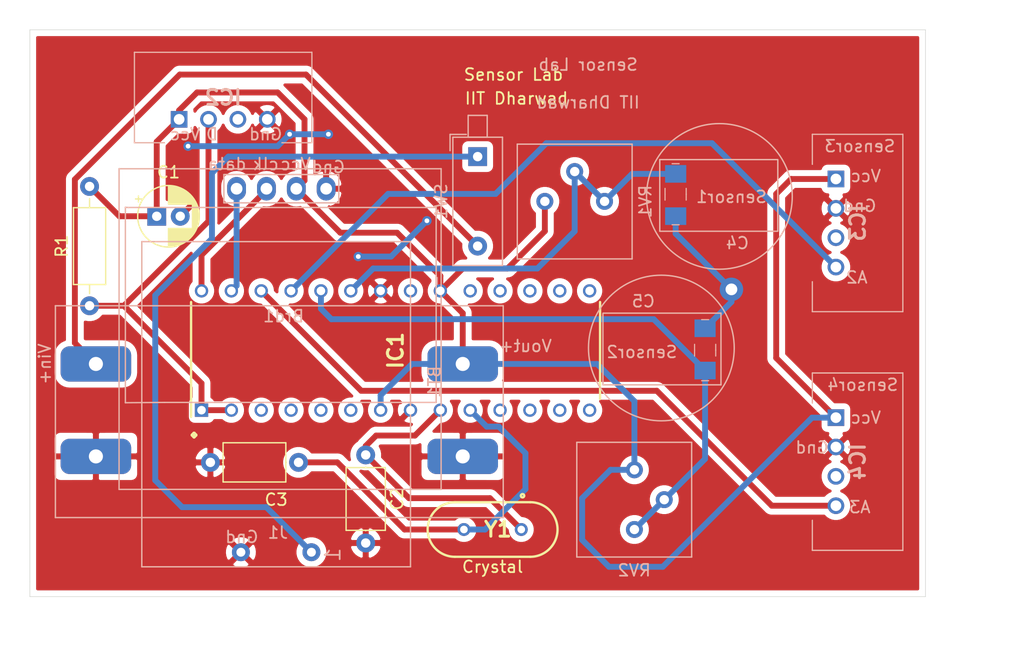
<source format=kicad_pcb>
(kicad_pcb (version 20171130) (host pcbnew "(5.1.12)-1")

  (general
    (thickness 1.6)
    (drawings 32)
    (tracks 115)
    (zones 0)
    (modules 17)
    (nets 31)
  )

  (page A4)
  (layers
    (0 F.Cu signal)
    (31 B.Cu signal)
    (32 B.Adhes user)
    (33 F.Adhes user)
    (34 B.Paste user)
    (35 F.Paste user)
    (36 B.SilkS user)
    (37 F.SilkS user)
    (38 B.Mask user)
    (39 F.Mask user)
    (40 Dwgs.User user)
    (41 Cmts.User user)
    (42 Eco1.User user)
    (43 Eco2.User user)
    (44 Edge.Cuts user)
    (45 Margin user)
    (46 B.CrtYd user)
    (47 F.CrtYd user)
    (48 B.Fab user)
    (49 F.Fab user)
  )

  (setup
    (last_trace_width 0.25)
    (user_trace_width 0.5)
    (trace_clearance 0.2)
    (zone_clearance 0.508)
    (zone_45_only no)
    (trace_min 0.2)
    (via_size 0.8)
    (via_drill 0.4)
    (via_min_size 0.4)
    (via_min_drill 0.3)
    (uvia_size 0.3)
    (uvia_drill 0.1)
    (uvias_allowed no)
    (uvia_min_size 0.2)
    (uvia_min_drill 0.1)
    (edge_width 0.05)
    (segment_width 0.2)
    (pcb_text_width 0.3)
    (pcb_text_size 1.5 1.5)
    (mod_edge_width 0.12)
    (mod_text_size 1 1)
    (mod_text_width 0.15)
    (pad_size 1.524 1.524)
    (pad_drill 0.762)
    (pad_to_mask_clearance 0)
    (aux_axis_origin 0 0)
    (visible_elements 7FFFFFFF)
    (pcbplotparams
      (layerselection 0x010fc_ffffffff)
      (usegerberextensions false)
      (usegerberattributes true)
      (usegerberadvancedattributes true)
      (creategerberjobfile true)
      (excludeedgelayer true)
      (linewidth 0.100000)
      (plotframeref false)
      (viasonmask false)
      (mode 1)
      (useauxorigin false)
      (hpglpennumber 1)
      (hpglpenspeed 20)
      (hpglpendiameter 15.000000)
      (psnegative false)
      (psa4output false)
      (plotreference true)
      (plotvalue true)
      (plotinvisibletext false)
      (padsonsilk false)
      (subtractmaskfromsilk false)
      (outputformat 1)
      (mirror false)
      (drillshape 0)
      (scaleselection 1)
      (outputdirectory "Gerber/"))
  )

  (net 0 "")
  (net 1 "Net-(Brd1-Pad4)")
  (net 2 "Net-(Brd1-Pad3)")
  (net 3 GND)
  (net 4 "Net-(Brd1-Pad2)")
  (net 5 "Net-(C2-Pad1)")
  (net 6 "Net-(C3-Pad1)")
  (net 7 "Net-(IC1-Pad1)")
  (net 8 "Net-(IC1-Pad3)")
  (net 9 "Net-(IC1-Pad4)")
  (net 10 "Net-(IC1-Pad5)")
  (net 11 "Net-(IC1-Pad6)")
  (net 12 "Net-(IC1-Pad11)")
  (net 13 "Net-(IC1-Pad12)")
  (net 14 "Net-(IC1-Pad13)")
  (net 15 "Net-(IC1-Pad14)")
  (net 16 "Net-(IC1-Pad15)")
  (net 17 "Net-(IC1-Pad16)")
  (net 18 "Net-(IC1-Pad17)")
  (net 19 "Net-(IC1-Pad18)")
  (net 20 "Net-(IC1-Pad19)")
  (net 21 "Net-(IC1-Pad21)")
  (net 22 "Net-(IC1-Pad25)")
  (net 23 "Net-(IC1-Pad26)")
  (net 24 "Net-(BT1-Pad1)")
  (net 25 "Net-(J1-Pad1)")
  (net 26 "Net-(C4-Pad1)")
  (net 27 "Net-(C5-Pad1)")
  (net 28 "Net-(IC2-Pad3)")
  (net 29 "Net-(IC3-Pad3)")
  (net 30 "Net-(IC4-Pad3)")

  (net_class Default "This is the default net class."
    (clearance 0.2)
    (trace_width 0.25)
    (via_dia 0.8)
    (via_drill 0.4)
    (uvia_dia 0.3)
    (uvia_drill 0.1)
    (add_net GND)
    (add_net "Net-(BT1-Pad1)")
    (add_net "Net-(Brd1-Pad2)")
    (add_net "Net-(Brd1-Pad3)")
    (add_net "Net-(Brd1-Pad4)")
    (add_net "Net-(C2-Pad1)")
    (add_net "Net-(C3-Pad1)")
    (add_net "Net-(C4-Pad1)")
    (add_net "Net-(C5-Pad1)")
    (add_net "Net-(IC1-Pad1)")
    (add_net "Net-(IC1-Pad11)")
    (add_net "Net-(IC1-Pad12)")
    (add_net "Net-(IC1-Pad13)")
    (add_net "Net-(IC1-Pad14)")
    (add_net "Net-(IC1-Pad15)")
    (add_net "Net-(IC1-Pad16)")
    (add_net "Net-(IC1-Pad17)")
    (add_net "Net-(IC1-Pad18)")
    (add_net "Net-(IC1-Pad19)")
    (add_net "Net-(IC1-Pad21)")
    (add_net "Net-(IC1-Pad25)")
    (add_net "Net-(IC1-Pad26)")
    (add_net "Net-(IC1-Pad3)")
    (add_net "Net-(IC1-Pad4)")
    (add_net "Net-(IC1-Pad5)")
    (add_net "Net-(IC1-Pad6)")
    (add_net "Net-(IC2-Pad3)")
    (add_net "Net-(IC3-Pad3)")
    (add_net "Net-(IC4-Pad3)")
    (add_net "Net-(J1-Pad1)")
  )

  (module ardGP_Libs:DHT22 (layer B.Cu) (tedit 0) (tstamp 63163759)
    (at -22.86 871.22)
    (descr DHT22-3)
    (tags "Integrated Circuit")
    (path /63167FA7)
    (fp_text reference IC2 (at 3.75 -1.85) (layer B.SilkS)
      (effects (font (size 1.27 1.27) (thickness 0.254)) (justify mirror))
    )
    (fp_text value DHT22 (at 3.75 -1.85) (layer B.SilkS) hide
      (effects (font (size 1.27 1.27) (thickness 0.254)) (justify mirror))
    )
    (fp_line (start -3.8 -5.7) (end 11.3 -5.7) (layer B.Fab) (width 0.2))
    (fp_line (start 11.3 -5.7) (end 11.3 2) (layer B.Fab) (width 0.2))
    (fp_line (start 11.3 2) (end -3.8 2) (layer B.Fab) (width 0.2))
    (fp_line (start -3.8 2) (end -3.8 -5.7) (layer B.Fab) (width 0.2))
    (fp_line (start -1.25 2) (end -3.8 2) (layer B.SilkS) (width 0.1))
    (fp_line (start -3.8 2) (end -3.8 2) (layer B.SilkS) (width 0.1))
    (fp_line (start -3.8 2) (end -1.25 2) (layer B.SilkS) (width 0.1))
    (fp_line (start -1.25 2) (end -1.25 2) (layer B.SilkS) (width 0.1))
    (fp_line (start -3.8 -5.7) (end 11.3 -5.7) (layer B.SilkS) (width 0.1))
    (fp_line (start 11.3 -5.7) (end 11.3 -5.7) (layer B.SilkS) (width 0.1))
    (fp_line (start 11.3 -5.7) (end -3.8 -5.7) (layer B.SilkS) (width 0.1))
    (fp_line (start -3.8 -5.7) (end -3.8 -5.7) (layer B.SilkS) (width 0.1))
    (fp_line (start 11.3 2) (end 8.75 2) (layer B.SilkS) (width 0.1))
    (fp_line (start 8.75 2) (end 8.75 2) (layer B.SilkS) (width 0.1))
    (fp_line (start 8.75 2) (end 11.3 2) (layer B.SilkS) (width 0.1))
    (fp_line (start 11.3 2) (end 11.3 2) (layer B.SilkS) (width 0.1))
    (fp_line (start -4.8 3) (end 12.3 3) (layer B.CrtYd) (width 0.1))
    (fp_line (start 12.3 3) (end 12.3 -6.7) (layer B.CrtYd) (width 0.1))
    (fp_line (start 12.3 -6.7) (end -4.8 -6.7) (layer B.CrtYd) (width 0.1))
    (fp_line (start -4.8 -6.7) (end -4.8 3) (layer B.CrtYd) (width 0.1))
    (fp_line (start -3.8 2) (end -3.8 2) (layer B.SilkS) (width 0.1))
    (fp_line (start -3.8 2) (end -3.8 -5.7) (layer B.SilkS) (width 0.1))
    (fp_line (start -3.8 -5.7) (end -3.8 -5.7) (layer B.SilkS) (width 0.1))
    (fp_line (start -3.8 -5.7) (end -3.8 2) (layer B.SilkS) (width 0.1))
    (fp_line (start 11.3 -5.7) (end 11.3 -5.7) (layer B.SilkS) (width 0.1))
    (fp_line (start 11.3 -5.7) (end 11.3 2) (layer B.SilkS) (width 0.1))
    (fp_line (start 11.3 2) (end 11.3 2) (layer B.SilkS) (width 0.1))
    (fp_line (start 11.3 2) (end 11.3 -5.7) (layer B.SilkS) (width 0.1))
    (fp_text user %R (at 3.75 -1.85) (layer B.Fab)
      (effects (font (size 1.27 1.27) (thickness 0.254)) (justify mirror))
    )
    (pad 4 thru_hole circle (at 7.5 0) (size 1.416 1.416) (drill 0.91) (layers *.Cu *.Mask)
      (net 3 GND))
    (pad 3 thru_hole circle (at 5 0) (size 1.416 1.416) (drill 0.91) (layers *.Cu *.Mask)
      (net 28 "Net-(IC2-Pad3)"))
    (pad 2 thru_hole circle (at 2.5 0) (size 1.416 1.416) (drill 0.91) (layers *.Cu *.Mask)
      (net 7 "Net-(IC1-Pad1)"))
    (pad 1 thru_hole rect (at 0 0) (size 1.416 1.416) (drill 0.91) (layers *.Cu *.Mask)
      (net 4 "Net-(Brd1-Pad2)"))
    (model DHT22.stp
      (offset (xyz 3.749999943680637 2.33999987902605 12.72000007599361))
      (scale (xyz 1 1 1))
      (rotate (xyz -90 0 90))
    )
  )

  (module ardGP_Libs:DHT22 (layer B.Cu) (tedit 0) (tstamp 63164743)
    (at 33.02 896.62 270)
    (descr DHT22-3)
    (tags "Integrated Circuit")
    (path /631A0692)
    (fp_text reference IC4 (at 3.75 -1.85 90) (layer B.SilkS)
      (effects (font (size 1.27 1.27) (thickness 0.254)) (justify mirror))
    )
    (fp_text value Sensor4 (at 3.75 -1.85 90) (layer B.SilkS) hide
      (effects (font (size 1.27 1.27) (thickness 0.254)) (justify mirror))
    )
    (fp_line (start 11.3 2) (end 11.3 -5.7) (layer B.SilkS) (width 0.1))
    (fp_line (start 11.3 2) (end 11.3 2) (layer B.SilkS) (width 0.1))
    (fp_line (start 11.3 -5.7) (end 11.3 2) (layer B.SilkS) (width 0.1))
    (fp_line (start 11.3 -5.7) (end 11.3 -5.7) (layer B.SilkS) (width 0.1))
    (fp_line (start -3.8 -5.7) (end -3.8 2) (layer B.SilkS) (width 0.1))
    (fp_line (start -3.8 -5.7) (end -3.8 -5.7) (layer B.SilkS) (width 0.1))
    (fp_line (start -3.8 2) (end -3.8 -5.7) (layer B.SilkS) (width 0.1))
    (fp_line (start -3.8 2) (end -3.8 2) (layer B.SilkS) (width 0.1))
    (fp_line (start -4.8 -6.7) (end -4.8 3) (layer B.CrtYd) (width 0.1))
    (fp_line (start 12.3 -6.7) (end -4.8 -6.7) (layer B.CrtYd) (width 0.1))
    (fp_line (start 12.3 3) (end 12.3 -6.7) (layer B.CrtYd) (width 0.1))
    (fp_line (start -4.8 3) (end 12.3 3) (layer B.CrtYd) (width 0.1))
    (fp_line (start 11.3 2) (end 11.3 2) (layer B.SilkS) (width 0.1))
    (fp_line (start 8.75 2) (end 11.3 2) (layer B.SilkS) (width 0.1))
    (fp_line (start 8.75 2) (end 8.75 2) (layer B.SilkS) (width 0.1))
    (fp_line (start 11.3 2) (end 8.75 2) (layer B.SilkS) (width 0.1))
    (fp_line (start -3.8 -5.7) (end -3.8 -5.7) (layer B.SilkS) (width 0.1))
    (fp_line (start 11.3 -5.7) (end -3.8 -5.7) (layer B.SilkS) (width 0.1))
    (fp_line (start 11.3 -5.7) (end 11.3 -5.7) (layer B.SilkS) (width 0.1))
    (fp_line (start -3.8 -5.7) (end 11.3 -5.7) (layer B.SilkS) (width 0.1))
    (fp_line (start -1.25 2) (end -1.25 2) (layer B.SilkS) (width 0.1))
    (fp_line (start -3.8 2) (end -1.25 2) (layer B.SilkS) (width 0.1))
    (fp_line (start -3.8 2) (end -3.8 2) (layer B.SilkS) (width 0.1))
    (fp_line (start -1.25 2) (end -3.8 2) (layer B.SilkS) (width 0.1))
    (fp_line (start -3.8 2) (end -3.8 -5.7) (layer B.Fab) (width 0.2))
    (fp_line (start 11.3 2) (end -3.8 2) (layer B.Fab) (width 0.2))
    (fp_line (start 11.3 -5.7) (end 11.3 2) (layer B.Fab) (width 0.2))
    (fp_line (start -3.8 -5.7) (end 11.3 -5.7) (layer B.Fab) (width 0.2))
    (fp_text user %R (at 3.75 -1.85 90) (layer B.Fab)
      (effects (font (size 1.27 1.27) (thickness 0.254)) (justify mirror))
    )
    (pad 4 thru_hole circle (at 7.5 0 270) (size 1.416 1.416) (drill 0.91) (layers *.Cu *.Mask)
      (net 23 "Net-(IC1-Pad26)"))
    (pad 3 thru_hole circle (at 5 0 270) (size 1.416 1.416) (drill 0.91) (layers *.Cu *.Mask)
      (net 30 "Net-(IC4-Pad3)"))
    (pad 2 thru_hole circle (at 2.5 0 270) (size 1.416 1.416) (drill 0.91) (layers *.Cu *.Mask)
      (net 3 GND))
    (pad 1 thru_hole rect (at 0 0 270) (size 1.416 1.416) (drill 0.91) (layers *.Cu *.Mask)
      (net 4 "Net-(Brd1-Pad2)"))
    (model DHT22.stp
      (offset (xyz 3.749999943680637 2.33999987902605 12.72000007599361))
      (scale (xyz 1 1 1))
      (rotate (xyz -90 0 90))
    )
  )

  (module ardGP_Libs:DHT22 (layer B.Cu) (tedit 0) (tstamp 6316471E)
    (at 33.02 876.3 270)
    (descr DHT22-3)
    (tags "Integrated Circuit")
    (path /631A4439)
    (fp_text reference IC3 (at 3.75 -1.85 90) (layer B.SilkS)
      (effects (font (size 1.27 1.27) (thickness 0.254)) (justify mirror))
    )
    (fp_text value Sensor3 (at 3.75 -1.85 90) (layer B.SilkS) hide
      (effects (font (size 1.27 1.27) (thickness 0.254)) (justify mirror))
    )
    (fp_line (start 11.3 2) (end 11.3 -5.7) (layer B.SilkS) (width 0.1))
    (fp_line (start 11.3 2) (end 11.3 2) (layer B.SilkS) (width 0.1))
    (fp_line (start 11.3 -5.7) (end 11.3 2) (layer B.SilkS) (width 0.1))
    (fp_line (start 11.3 -5.7) (end 11.3 -5.7) (layer B.SilkS) (width 0.1))
    (fp_line (start -3.8 -5.7) (end -3.8 2) (layer B.SilkS) (width 0.1))
    (fp_line (start -3.8 -5.7) (end -3.8 -5.7) (layer B.SilkS) (width 0.1))
    (fp_line (start -3.8 2) (end -3.8 -5.7) (layer B.SilkS) (width 0.1))
    (fp_line (start -3.8 2) (end -3.8 2) (layer B.SilkS) (width 0.1))
    (fp_line (start -4.8 -6.7) (end -4.8 3) (layer B.CrtYd) (width 0.1))
    (fp_line (start 12.3 -6.7) (end -4.8 -6.7) (layer B.CrtYd) (width 0.1))
    (fp_line (start 12.3 3) (end 12.3 -6.7) (layer B.CrtYd) (width 0.1))
    (fp_line (start -4.8 3) (end 12.3 3) (layer B.CrtYd) (width 0.1))
    (fp_line (start 11.3 2) (end 11.3 2) (layer B.SilkS) (width 0.1))
    (fp_line (start 8.75 2) (end 11.3 2) (layer B.SilkS) (width 0.1))
    (fp_line (start 8.75 2) (end 8.75 2) (layer B.SilkS) (width 0.1))
    (fp_line (start 11.3 2) (end 8.75 2) (layer B.SilkS) (width 0.1))
    (fp_line (start -3.8 -5.7) (end -3.8 -5.7) (layer B.SilkS) (width 0.1))
    (fp_line (start 11.3 -5.7) (end -3.8 -5.7) (layer B.SilkS) (width 0.1))
    (fp_line (start 11.3 -5.7) (end 11.3 -5.7) (layer B.SilkS) (width 0.1))
    (fp_line (start -3.8 -5.7) (end 11.3 -5.7) (layer B.SilkS) (width 0.1))
    (fp_line (start -1.25 2) (end -1.25 2) (layer B.SilkS) (width 0.1))
    (fp_line (start -3.8 2) (end -1.25 2) (layer B.SilkS) (width 0.1))
    (fp_line (start -3.8 2) (end -3.8 2) (layer B.SilkS) (width 0.1))
    (fp_line (start -1.25 2) (end -3.8 2) (layer B.SilkS) (width 0.1))
    (fp_line (start -3.8 2) (end -3.8 -5.7) (layer B.Fab) (width 0.2))
    (fp_line (start 11.3 2) (end -3.8 2) (layer B.Fab) (width 0.2))
    (fp_line (start 11.3 -5.7) (end 11.3 2) (layer B.Fab) (width 0.2))
    (fp_line (start -3.8 -5.7) (end 11.3 -5.7) (layer B.Fab) (width 0.2))
    (fp_text user %R (at 3.75 -1.85 90) (layer B.Fab)
      (effects (font (size 1.27 1.27) (thickness 0.254)) (justify mirror))
    )
    (pad 4 thru_hole circle (at 7.5 0 270) (size 1.416 1.416) (drill 0.91) (layers *.Cu *.Mask)
      (net 22 "Net-(IC1-Pad25)"))
    (pad 3 thru_hole circle (at 5 0 270) (size 1.416 1.416) (drill 0.91) (layers *.Cu *.Mask)
      (net 29 "Net-(IC3-Pad3)"))
    (pad 2 thru_hole circle (at 2.5 0 270) (size 1.416 1.416) (drill 0.91) (layers *.Cu *.Mask)
      (net 3 GND))
    (pad 1 thru_hole rect (at 0 0 270) (size 1.416 1.416) (drill 0.91) (layers *.Cu *.Mask)
      (net 4 "Net-(Brd1-Pad2)"))
    (model DHT22.stp
      (offset (xyz 3.749999943680637 2.33999987902605 12.72000007599361))
      (scale (xyz 1 1 1))
      (rotate (xyz -90 0 90))
    )
  )

  (module ardGP_Libs:IDE_1x0p5 (layer B.Cu) (tedit 6313528D) (tstamp 6313D935)
    (at 14.605 890.27 180)
    (descr http://media.digikey.com/pdf/Data%20Sheets/Lite-On%20PDFs/LTST-C230KFKT_5-24-06.pdf)
    (path /6315772E)
    (attr smd)
    (fp_text reference C5 (at -2.032 3.556) (layer B.SilkS)
      (effects (font (size 1 1) (thickness 0.15)) (justify mirror))
    )
    (fp_text value Sensor2 (at -3.54584 -4.46532) (layer B.Fab)
      (effects (font (size 1 1) (thickness 0.15)) (justify mirror))
    )
    (fp_line (start 1.40716 2.54) (end 1.40716 -3.556) (layer B.SilkS) (width 0.12))
    (fp_line (start -8.636 2.54) (end -8.636 -3.556) (layer B.SilkS) (width 0.12))
    (fp_line (start -8.62584 2.54508) (end 1.37416 2.54508) (layer B.SilkS) (width 0.12))
    (fp_line (start -8.636 -3.556) (end 1.364 -3.556) (layer B.SilkS) (width 0.12))
    (fp_line (start -8.08365 -2.20833) (end -8.08365 0.99167) (layer B.Fab) (width 0.1))
    (fp_line (start -7.58853 1.99421) (end -6.98853 1.99421) (layer B.SilkS) (width 0.1))
    (fp_line (start -7.58853 -3.20579) (end -6.98853 -3.20579) (layer B.SilkS) (width 0.1))
    (fp_line (start -6.38853 -0.60579) (end -6.38853 -1.10579) (layer B.SilkS) (width 0.1))
    (fp_line (start -6.38853 -0.60579) (end -6.38853 -0.10579) (layer B.SilkS) (width 0.1))
    (fp_line (start -8.18853 -0.60579) (end -8.18853 -1.10579) (layer B.SilkS) (width 0.1))
    (fp_line (start -8.18853 -0.60579) (end -8.18853 -0.10579) (layer B.SilkS) (width 0.1))
    (fp_line (start -6.13853 2.19421) (end -8.43853 2.19421) (layer B.CrtYd) (width 0.05))
    (fp_line (start -8.43853 2.19421) (end -8.43853 -3.40579) (layer B.CrtYd) (width 0.05))
    (fp_line (start -8.43853 -3.40579) (end -6.13853 -3.40579) (layer B.CrtYd) (width 0.05))
    (fp_line (start -6.13853 -3.40579) (end -6.13853 2.19421) (layer B.CrtYd) (width 0.05))
    (fp_line (start -8.08853 -2.20579) (end -6.48853 -2.20579) (layer B.Fab) (width 0.1))
    (fp_line (start -8.08853 0.99421) (end -6.48853 0.99421) (layer B.Fab) (width 0.1))
    (fp_line (start -6.48853 -2.20579) (end -6.48853 0.99421) (layer B.Fab) (width 0.1))
    (fp_circle (center -3.56348 -0.42164) (end 2.63652 -0.42164) (layer B.SilkS) (width 0.12))
    (pad 1 smd rect (at -7.28345 -2.33975 90) (size 1.5 1.8) (layers B.Cu B.Paste B.Mask)
      (net 27 "Net-(C5-Pad1)"))
    (pad 2 smd rect (at -7.28345 1.26025 90) (size 1.5 1.8) (layers B.Cu B.Paste B.Mask)
      (net 3 GND))
  )

  (module Potentiometer_THT:Potentiometer_Bourns_3386P_Vertical (layer B.Cu) (tedit 5AA07388) (tstamp 63136DE8)
    (at 15.875 901.065)
    (descr "Potentiometer, vertical, Bourns 3386P, https://www.bourns.com/pdfs/3386.pdf")
    (tags "Potentiometer vertical Bourns 3386P")
    (path /63156A1C)
    (fp_text reference RV2 (at -0.015 8.555) (layer B.SilkS)
      (effects (font (size 1 1) (thickness 0.15)) (justify mirror))
    )
    (fp_text value R_POT (at -0.015 -3.475) (layer B.Fab)
      (effects (font (size 1 1) (thickness 0.15)) (justify mirror))
    )
    (fp_line (start 5 7.56) (end -5.03 7.56) (layer B.CrtYd) (width 0.05))
    (fp_line (start 5 -2.48) (end 5 7.56) (layer B.CrtYd) (width 0.05))
    (fp_line (start -5.03 -2.48) (end 5 -2.48) (layer B.CrtYd) (width 0.05))
    (fp_line (start -5.03 7.56) (end -5.03 -2.48) (layer B.CrtYd) (width 0.05))
    (fp_line (start 4.87 7.425) (end 4.87 -2.345) (layer B.SilkS) (width 0.12))
    (fp_line (start -4.9 7.425) (end -4.9 -2.345) (layer B.SilkS) (width 0.12))
    (fp_line (start -4.9 -2.345) (end 4.87 -2.345) (layer B.SilkS) (width 0.12))
    (fp_line (start -4.9 7.425) (end 4.87 7.425) (layer B.SilkS) (width 0.12))
    (fp_line (start -0.891 0.98) (end -0.89 4.099) (layer B.Fab) (width 0.1))
    (fp_line (start -0.891 0.98) (end -0.89 4.099) (layer B.Fab) (width 0.1))
    (fp_line (start 4.75 7.305) (end -4.78 7.305) (layer B.Fab) (width 0.1))
    (fp_line (start 4.75 -2.225) (end 4.75 7.305) (layer B.Fab) (width 0.1))
    (fp_line (start -4.78 -2.225) (end 4.75 -2.225) (layer B.Fab) (width 0.1))
    (fp_line (start -4.78 7.305) (end -4.78 -2.225) (layer B.Fab) (width 0.1))
    (fp_circle (center -0.891 2.54) (end 0.684 2.54) (layer B.Fab) (width 0.1))
    (fp_text user %R (at -3.78 2.54 -90) (layer B.Fab)
      (effects (font (size 1 1) (thickness 0.15)) (justify mirror))
    )
    (pad 1 thru_hole circle (at 0 0) (size 1.44 1.44) (drill 0.8) (layers *.Cu *.Mask)
      (net 4 "Net-(Brd1-Pad2)"))
    (pad 2 thru_hole circle (at 2.54 2.54) (size 1.44 1.44) (drill 0.8) (layers *.Cu *.Mask)
      (net 27 "Net-(C5-Pad1)"))
    (pad 3 thru_hole circle (at 0 5.08) (size 1.44 1.44) (drill 0.8) (layers *.Cu *.Mask)
      (net 27 "Net-(C5-Pad1)"))
    (model ${KISYS3DMOD}/Potentiometer_THT.3dshapes/Potentiometer_Bourns_3386P_Vertical.wrl
      (at (xyz 0 0 0))
      (scale (xyz 1 1 1))
      (rotate (xyz 0 0 0))
    )
  )

  (module ardGP_Libs:128x64OLED (layer B.Cu) (tedit 5CF23EAC) (tstamp 6305F588)
    (at -13.97 887.73 180)
    (path /63052C2B)
    (fp_text reference Brd1 (at 0 -0.254) (layer B.SilkS)
      (effects (font (size 1 1) (thickness 0.15)) (justify mirror))
    )
    (fp_text value SSD1306 (at -7.747 7.62) (layer B.Fab)
      (effects (font (size 1 1) (thickness 0.15)) (justify mirror))
    )
    (fp_line (start 13.462 9.017) (end 13.208 9.005) (layer B.SilkS) (width 0.12))
    (fp_line (start 13.462 -7.62) (end 13.462 9.017) (layer B.SilkS) (width 0.12))
    (fp_line (start 10.122 -7.595) (end 13.462 -7.62) (layer B.SilkS) (width 0.12))
    (fp_line (start 10.122 9.005) (end 13.208 9.005) (layer B.SilkS) (width 0.12))
    (fp_line (start -4.699 11.811) (end -4.699 9.398) (layer B.SilkS) (width 0.12))
    (fp_line (start 5.08 9.398) (end -4.699 9.398) (layer B.SilkS) (width 0.12))
    (fp_line (start 5.08 11.811) (end 5.08 9.398) (layer B.SilkS) (width 0.12))
    (fp_line (start -4.699 11.811) (end 5.08 11.811) (layer B.SilkS) (width 0.12))
    (fp_line (start -12.978 9.005) (end 10.122 9.005) (layer B.SilkS) (width 0.12))
    (fp_line (start -12.978 -7.595) (end -12.978 9.005) (layer B.SilkS) (width 0.12))
    (fp_line (start 10.122 -7.595) (end -12.978 -7.595) (layer B.SilkS) (width 0.12))
    (fp_line (start -13.4 -15) (end -13.4 12.3) (layer B.SilkS) (width 0.12))
    (fp_line (start 14 -15) (end -13.4 -15) (layer B.SilkS) (width 0.12))
    (fp_line (start 14 12.3) (end 14 -15) (layer B.SilkS) (width 0.12))
    (fp_line (start -13.4 12.3) (end 14 12.3) (layer B.SilkS) (width 0.12))
    (pad 4 thru_hole oval (at 4 10.6 90) (size 2 1.6) (drill 1) (layers *.Cu *.Mask)
      (net 1 "Net-(Brd1-Pad4)"))
    (pad 3 thru_hole oval (at 1.46 10.6 90) (size 2 1.6) (drill 1) (layers *.Cu *.Mask)
      (net 2 "Net-(Brd1-Pad3)"))
    (pad 1 thru_hole oval (at -3.62 10.6 90) (size 2 1.6) (drill 1) (layers *.Cu *.Mask)
      (net 3 GND))
    (pad 2 thru_hole oval (at -1.08 10.6 90) (size 2 1.6) (drill 1) (layers *.Cu *.Mask)
      (net 4 "Net-(Brd1-Pad2)"))
  )

  (module Capacitor_THT:CP_Radial_D5.0mm_P2.00mm (layer F.Cu) (tedit 5AE50EF0) (tstamp 6305F60B)
    (at -24.765 879.475)
    (descr "CP, Radial series, Radial, pin pitch=2.00mm, , diameter=5mm, Electrolytic Capacitor")
    (tags "CP Radial series Radial pin pitch 2.00mm  diameter 5mm Electrolytic Capacitor")
    (path /63053DA1)
    (fp_text reference C1 (at 1 -3.75) (layer F.SilkS)
      (effects (font (size 1 1) (thickness 0.15)))
    )
    (fp_text value CP (at 1 3.75) (layer F.Fab)
      (effects (font (size 1 1) (thickness 0.15)))
    )
    (fp_circle (center 1 0) (end 3.5 0) (layer F.Fab) (width 0.1))
    (fp_circle (center 1 0) (end 3.62 0) (layer F.SilkS) (width 0.12))
    (fp_circle (center 1 0) (end 3.75 0) (layer F.CrtYd) (width 0.05))
    (fp_line (start -1.133605 -1.0875) (end -0.633605 -1.0875) (layer F.Fab) (width 0.1))
    (fp_line (start -0.883605 -1.3375) (end -0.883605 -0.8375) (layer F.Fab) (width 0.1))
    (fp_line (start 1 1.04) (end 1 2.58) (layer F.SilkS) (width 0.12))
    (fp_line (start 1 -2.58) (end 1 -1.04) (layer F.SilkS) (width 0.12))
    (fp_line (start 1.04 1.04) (end 1.04 2.58) (layer F.SilkS) (width 0.12))
    (fp_line (start 1.04 -2.58) (end 1.04 -1.04) (layer F.SilkS) (width 0.12))
    (fp_line (start 1.08 -2.579) (end 1.08 -1.04) (layer F.SilkS) (width 0.12))
    (fp_line (start 1.08 1.04) (end 1.08 2.579) (layer F.SilkS) (width 0.12))
    (fp_line (start 1.12 -2.578) (end 1.12 -1.04) (layer F.SilkS) (width 0.12))
    (fp_line (start 1.12 1.04) (end 1.12 2.578) (layer F.SilkS) (width 0.12))
    (fp_line (start 1.16 -2.576) (end 1.16 -1.04) (layer F.SilkS) (width 0.12))
    (fp_line (start 1.16 1.04) (end 1.16 2.576) (layer F.SilkS) (width 0.12))
    (fp_line (start 1.2 -2.573) (end 1.2 -1.04) (layer F.SilkS) (width 0.12))
    (fp_line (start 1.2 1.04) (end 1.2 2.573) (layer F.SilkS) (width 0.12))
    (fp_line (start 1.24 -2.569) (end 1.24 -1.04) (layer F.SilkS) (width 0.12))
    (fp_line (start 1.24 1.04) (end 1.24 2.569) (layer F.SilkS) (width 0.12))
    (fp_line (start 1.28 -2.565) (end 1.28 -1.04) (layer F.SilkS) (width 0.12))
    (fp_line (start 1.28 1.04) (end 1.28 2.565) (layer F.SilkS) (width 0.12))
    (fp_line (start 1.32 -2.561) (end 1.32 -1.04) (layer F.SilkS) (width 0.12))
    (fp_line (start 1.32 1.04) (end 1.32 2.561) (layer F.SilkS) (width 0.12))
    (fp_line (start 1.36 -2.556) (end 1.36 -1.04) (layer F.SilkS) (width 0.12))
    (fp_line (start 1.36 1.04) (end 1.36 2.556) (layer F.SilkS) (width 0.12))
    (fp_line (start 1.4 -2.55) (end 1.4 -1.04) (layer F.SilkS) (width 0.12))
    (fp_line (start 1.4 1.04) (end 1.4 2.55) (layer F.SilkS) (width 0.12))
    (fp_line (start 1.44 -2.543) (end 1.44 -1.04) (layer F.SilkS) (width 0.12))
    (fp_line (start 1.44 1.04) (end 1.44 2.543) (layer F.SilkS) (width 0.12))
    (fp_line (start 1.48 -2.536) (end 1.48 -1.04) (layer F.SilkS) (width 0.12))
    (fp_line (start 1.48 1.04) (end 1.48 2.536) (layer F.SilkS) (width 0.12))
    (fp_line (start 1.52 -2.528) (end 1.52 -1.04) (layer F.SilkS) (width 0.12))
    (fp_line (start 1.52 1.04) (end 1.52 2.528) (layer F.SilkS) (width 0.12))
    (fp_line (start 1.56 -2.52) (end 1.56 -1.04) (layer F.SilkS) (width 0.12))
    (fp_line (start 1.56 1.04) (end 1.56 2.52) (layer F.SilkS) (width 0.12))
    (fp_line (start 1.6 -2.511) (end 1.6 -1.04) (layer F.SilkS) (width 0.12))
    (fp_line (start 1.6 1.04) (end 1.6 2.511) (layer F.SilkS) (width 0.12))
    (fp_line (start 1.64 -2.501) (end 1.64 -1.04) (layer F.SilkS) (width 0.12))
    (fp_line (start 1.64 1.04) (end 1.64 2.501) (layer F.SilkS) (width 0.12))
    (fp_line (start 1.68 -2.491) (end 1.68 -1.04) (layer F.SilkS) (width 0.12))
    (fp_line (start 1.68 1.04) (end 1.68 2.491) (layer F.SilkS) (width 0.12))
    (fp_line (start 1.721 -2.48) (end 1.721 -1.04) (layer F.SilkS) (width 0.12))
    (fp_line (start 1.721 1.04) (end 1.721 2.48) (layer F.SilkS) (width 0.12))
    (fp_line (start 1.761 -2.468) (end 1.761 -1.04) (layer F.SilkS) (width 0.12))
    (fp_line (start 1.761 1.04) (end 1.761 2.468) (layer F.SilkS) (width 0.12))
    (fp_line (start 1.801 -2.455) (end 1.801 -1.04) (layer F.SilkS) (width 0.12))
    (fp_line (start 1.801 1.04) (end 1.801 2.455) (layer F.SilkS) (width 0.12))
    (fp_line (start 1.841 -2.442) (end 1.841 -1.04) (layer F.SilkS) (width 0.12))
    (fp_line (start 1.841 1.04) (end 1.841 2.442) (layer F.SilkS) (width 0.12))
    (fp_line (start 1.881 -2.428) (end 1.881 -1.04) (layer F.SilkS) (width 0.12))
    (fp_line (start 1.881 1.04) (end 1.881 2.428) (layer F.SilkS) (width 0.12))
    (fp_line (start 1.921 -2.414) (end 1.921 -1.04) (layer F.SilkS) (width 0.12))
    (fp_line (start 1.921 1.04) (end 1.921 2.414) (layer F.SilkS) (width 0.12))
    (fp_line (start 1.961 -2.398) (end 1.961 -1.04) (layer F.SilkS) (width 0.12))
    (fp_line (start 1.961 1.04) (end 1.961 2.398) (layer F.SilkS) (width 0.12))
    (fp_line (start 2.001 -2.382) (end 2.001 -1.04) (layer F.SilkS) (width 0.12))
    (fp_line (start 2.001 1.04) (end 2.001 2.382) (layer F.SilkS) (width 0.12))
    (fp_line (start 2.041 -2.365) (end 2.041 -1.04) (layer F.SilkS) (width 0.12))
    (fp_line (start 2.041 1.04) (end 2.041 2.365) (layer F.SilkS) (width 0.12))
    (fp_line (start 2.081 -2.348) (end 2.081 -1.04) (layer F.SilkS) (width 0.12))
    (fp_line (start 2.081 1.04) (end 2.081 2.348) (layer F.SilkS) (width 0.12))
    (fp_line (start 2.121 -2.329) (end 2.121 -1.04) (layer F.SilkS) (width 0.12))
    (fp_line (start 2.121 1.04) (end 2.121 2.329) (layer F.SilkS) (width 0.12))
    (fp_line (start 2.161 -2.31) (end 2.161 -1.04) (layer F.SilkS) (width 0.12))
    (fp_line (start 2.161 1.04) (end 2.161 2.31) (layer F.SilkS) (width 0.12))
    (fp_line (start 2.201 -2.29) (end 2.201 -1.04) (layer F.SilkS) (width 0.12))
    (fp_line (start 2.201 1.04) (end 2.201 2.29) (layer F.SilkS) (width 0.12))
    (fp_line (start 2.241 -2.268) (end 2.241 -1.04) (layer F.SilkS) (width 0.12))
    (fp_line (start 2.241 1.04) (end 2.241 2.268) (layer F.SilkS) (width 0.12))
    (fp_line (start 2.281 -2.247) (end 2.281 -1.04) (layer F.SilkS) (width 0.12))
    (fp_line (start 2.281 1.04) (end 2.281 2.247) (layer F.SilkS) (width 0.12))
    (fp_line (start 2.321 -2.224) (end 2.321 -1.04) (layer F.SilkS) (width 0.12))
    (fp_line (start 2.321 1.04) (end 2.321 2.224) (layer F.SilkS) (width 0.12))
    (fp_line (start 2.361 -2.2) (end 2.361 -1.04) (layer F.SilkS) (width 0.12))
    (fp_line (start 2.361 1.04) (end 2.361 2.2) (layer F.SilkS) (width 0.12))
    (fp_line (start 2.401 -2.175) (end 2.401 -1.04) (layer F.SilkS) (width 0.12))
    (fp_line (start 2.401 1.04) (end 2.401 2.175) (layer F.SilkS) (width 0.12))
    (fp_line (start 2.441 -2.149) (end 2.441 -1.04) (layer F.SilkS) (width 0.12))
    (fp_line (start 2.441 1.04) (end 2.441 2.149) (layer F.SilkS) (width 0.12))
    (fp_line (start 2.481 -2.122) (end 2.481 -1.04) (layer F.SilkS) (width 0.12))
    (fp_line (start 2.481 1.04) (end 2.481 2.122) (layer F.SilkS) (width 0.12))
    (fp_line (start 2.521 -2.095) (end 2.521 -1.04) (layer F.SilkS) (width 0.12))
    (fp_line (start 2.521 1.04) (end 2.521 2.095) (layer F.SilkS) (width 0.12))
    (fp_line (start 2.561 -2.065) (end 2.561 -1.04) (layer F.SilkS) (width 0.12))
    (fp_line (start 2.561 1.04) (end 2.561 2.065) (layer F.SilkS) (width 0.12))
    (fp_line (start 2.601 -2.035) (end 2.601 -1.04) (layer F.SilkS) (width 0.12))
    (fp_line (start 2.601 1.04) (end 2.601 2.035) (layer F.SilkS) (width 0.12))
    (fp_line (start 2.641 -2.004) (end 2.641 -1.04) (layer F.SilkS) (width 0.12))
    (fp_line (start 2.641 1.04) (end 2.641 2.004) (layer F.SilkS) (width 0.12))
    (fp_line (start 2.681 -1.971) (end 2.681 -1.04) (layer F.SilkS) (width 0.12))
    (fp_line (start 2.681 1.04) (end 2.681 1.971) (layer F.SilkS) (width 0.12))
    (fp_line (start 2.721 -1.937) (end 2.721 -1.04) (layer F.SilkS) (width 0.12))
    (fp_line (start 2.721 1.04) (end 2.721 1.937) (layer F.SilkS) (width 0.12))
    (fp_line (start 2.761 -1.901) (end 2.761 -1.04) (layer F.SilkS) (width 0.12))
    (fp_line (start 2.761 1.04) (end 2.761 1.901) (layer F.SilkS) (width 0.12))
    (fp_line (start 2.801 -1.864) (end 2.801 -1.04) (layer F.SilkS) (width 0.12))
    (fp_line (start 2.801 1.04) (end 2.801 1.864) (layer F.SilkS) (width 0.12))
    (fp_line (start 2.841 -1.826) (end 2.841 -1.04) (layer F.SilkS) (width 0.12))
    (fp_line (start 2.841 1.04) (end 2.841 1.826) (layer F.SilkS) (width 0.12))
    (fp_line (start 2.881 -1.785) (end 2.881 -1.04) (layer F.SilkS) (width 0.12))
    (fp_line (start 2.881 1.04) (end 2.881 1.785) (layer F.SilkS) (width 0.12))
    (fp_line (start 2.921 -1.743) (end 2.921 -1.04) (layer F.SilkS) (width 0.12))
    (fp_line (start 2.921 1.04) (end 2.921 1.743) (layer F.SilkS) (width 0.12))
    (fp_line (start 2.961 -1.699) (end 2.961 -1.04) (layer F.SilkS) (width 0.12))
    (fp_line (start 2.961 1.04) (end 2.961 1.699) (layer F.SilkS) (width 0.12))
    (fp_line (start 3.001 -1.653) (end 3.001 -1.04) (layer F.SilkS) (width 0.12))
    (fp_line (start 3.001 1.04) (end 3.001 1.653) (layer F.SilkS) (width 0.12))
    (fp_line (start 3.041 -1.605) (end 3.041 1.605) (layer F.SilkS) (width 0.12))
    (fp_line (start 3.081 -1.554) (end 3.081 1.554) (layer F.SilkS) (width 0.12))
    (fp_line (start 3.121 -1.5) (end 3.121 1.5) (layer F.SilkS) (width 0.12))
    (fp_line (start 3.161 -1.443) (end 3.161 1.443) (layer F.SilkS) (width 0.12))
    (fp_line (start 3.201 -1.383) (end 3.201 1.383) (layer F.SilkS) (width 0.12))
    (fp_line (start 3.241 -1.319) (end 3.241 1.319) (layer F.SilkS) (width 0.12))
    (fp_line (start 3.281 -1.251) (end 3.281 1.251) (layer F.SilkS) (width 0.12))
    (fp_line (start 3.321 -1.178) (end 3.321 1.178) (layer F.SilkS) (width 0.12))
    (fp_line (start 3.361 -1.098) (end 3.361 1.098) (layer F.SilkS) (width 0.12))
    (fp_line (start 3.401 -1.011) (end 3.401 1.011) (layer F.SilkS) (width 0.12))
    (fp_line (start 3.441 -0.915) (end 3.441 0.915) (layer F.SilkS) (width 0.12))
    (fp_line (start 3.481 -0.805) (end 3.481 0.805) (layer F.SilkS) (width 0.12))
    (fp_line (start 3.521 -0.677) (end 3.521 0.677) (layer F.SilkS) (width 0.12))
    (fp_line (start 3.561 -0.518) (end 3.561 0.518) (layer F.SilkS) (width 0.12))
    (fp_line (start 3.601 -0.284) (end 3.601 0.284) (layer F.SilkS) (width 0.12))
    (fp_line (start -1.804775 -1.475) (end -1.304775 -1.475) (layer F.SilkS) (width 0.12))
    (fp_line (start -1.554775 -1.725) (end -1.554775 -1.225) (layer F.SilkS) (width 0.12))
    (fp_text user %R (at 1 0) (layer F.Fab)
      (effects (font (size 1 1) (thickness 0.15)))
    )
    (pad 1 thru_hole rect (at 0 0) (size 1.6 1.6) (drill 0.8) (layers *.Cu *.Mask)
      (net 4 "Net-(Brd1-Pad2)"))
    (pad 2 thru_hole circle (at 2 0) (size 1.6 1.6) (drill 0.8) (layers *.Cu *.Mask)
      (net 3 GND))
    (model ${KISYS3DMOD}/Capacitor_THT.3dshapes/CP_Radial_D5.0mm_P2.00mm.wrl
      (at (xyz 0 0 0))
      (scale (xyz 1 1 1))
      (rotate (xyz 0 0 0))
    )
  )

  (module Capacitor_THT:C_Axial_L5.1mm_D3.1mm_P7.50mm_Horizontal (layer F.Cu) (tedit 5AE50EF0) (tstamp 6305F622)
    (at -6.985 899.795 270)
    (descr "C, Axial series, Axial, Horizontal, pin pitch=7.5mm, , length*diameter=5.1*3.1mm^2, http://www.vishay.com/docs/45231/arseries.pdf")
    (tags "C Axial series Axial Horizontal pin pitch 7.5mm  length 5.1mm diameter 3.1mm")
    (path /630535E1)
    (fp_text reference C2 (at 3.75 -2.67 90) (layer F.SilkS)
      (effects (font (size 1 1) (thickness 0.15)))
    )
    (fp_text value C (at 3.75 2.67 90) (layer F.Fab)
      (effects (font (size 1 1) (thickness 0.15)))
    )
    (fp_line (start 1.2 -1.55) (end 1.2 1.55) (layer F.Fab) (width 0.1))
    (fp_line (start 1.2 1.55) (end 6.3 1.55) (layer F.Fab) (width 0.1))
    (fp_line (start 6.3 1.55) (end 6.3 -1.55) (layer F.Fab) (width 0.1))
    (fp_line (start 6.3 -1.55) (end 1.2 -1.55) (layer F.Fab) (width 0.1))
    (fp_line (start 0 0) (end 1.2 0) (layer F.Fab) (width 0.1))
    (fp_line (start 7.5 0) (end 6.3 0) (layer F.Fab) (width 0.1))
    (fp_line (start 1.08 -1.67) (end 1.08 1.67) (layer F.SilkS) (width 0.12))
    (fp_line (start 1.08 1.67) (end 6.42 1.67) (layer F.SilkS) (width 0.12))
    (fp_line (start 6.42 1.67) (end 6.42 -1.67) (layer F.SilkS) (width 0.12))
    (fp_line (start 6.42 -1.67) (end 1.08 -1.67) (layer F.SilkS) (width 0.12))
    (fp_line (start 1.04 0) (end 1.08 0) (layer F.SilkS) (width 0.12))
    (fp_line (start 6.46 0) (end 6.42 0) (layer F.SilkS) (width 0.12))
    (fp_line (start -1.05 -1.8) (end -1.05 1.8) (layer F.CrtYd) (width 0.05))
    (fp_line (start -1.05 1.8) (end 8.55 1.8) (layer F.CrtYd) (width 0.05))
    (fp_line (start 8.55 1.8) (end 8.55 -1.8) (layer F.CrtYd) (width 0.05))
    (fp_line (start 8.55 -1.8) (end -1.05 -1.8) (layer F.CrtYd) (width 0.05))
    (fp_text user %R (at 3.75 0 90) (layer F.Fab)
      (effects (font (size 1 1) (thickness 0.15)))
    )
    (pad 1 thru_hole circle (at 0 0 270) (size 1.6 1.6) (drill 0.8) (layers *.Cu *.Mask)
      (net 5 "Net-(C2-Pad1)"))
    (pad 2 thru_hole oval (at 7.5 0 270) (size 1.6 1.6) (drill 0.8) (layers *.Cu *.Mask)
      (net 3 GND))
    (model ${KISYS3DMOD}/Capacitor_THT.3dshapes/C_Axial_L5.1mm_D3.1mm_P7.50mm_Horizontal.wrl
      (at (xyz 0 0 0))
      (scale (xyz 1 1 1))
      (rotate (xyz 0 0 0))
    )
  )

  (module Capacitor_THT:C_Axial_L5.1mm_D3.1mm_P7.50mm_Horizontal (layer F.Cu) (tedit 5AE50EF0) (tstamp 6305F639)
    (at -12.7 900.43 180)
    (descr "C, Axial series, Axial, Horizontal, pin pitch=7.5mm, , length*diameter=5.1*3.1mm^2, http://www.vishay.com/docs/45231/arseries.pdf")
    (tags "C Axial series Axial Horizontal pin pitch 7.5mm  length 5.1mm diameter 3.1mm")
    (path /63060ED3)
    (fp_text reference C3 (at 1.905 -3.175) (layer F.SilkS)
      (effects (font (size 1 1) (thickness 0.15)))
    )
    (fp_text value C (at 3.75 2.67) (layer F.Fab)
      (effects (font (size 1 1) (thickness 0.15)))
    )
    (fp_line (start 8.55 -1.8) (end -1.05 -1.8) (layer F.CrtYd) (width 0.05))
    (fp_line (start 8.55 1.8) (end 8.55 -1.8) (layer F.CrtYd) (width 0.05))
    (fp_line (start -1.05 1.8) (end 8.55 1.8) (layer F.CrtYd) (width 0.05))
    (fp_line (start -1.05 -1.8) (end -1.05 1.8) (layer F.CrtYd) (width 0.05))
    (fp_line (start 6.46 0) (end 6.42 0) (layer F.SilkS) (width 0.12))
    (fp_line (start 1.04 0) (end 1.08 0) (layer F.SilkS) (width 0.12))
    (fp_line (start 6.42 -1.67) (end 1.08 -1.67) (layer F.SilkS) (width 0.12))
    (fp_line (start 6.42 1.67) (end 6.42 -1.67) (layer F.SilkS) (width 0.12))
    (fp_line (start 1.08 1.67) (end 6.42 1.67) (layer F.SilkS) (width 0.12))
    (fp_line (start 1.08 -1.67) (end 1.08 1.67) (layer F.SilkS) (width 0.12))
    (fp_line (start 7.5 0) (end 6.3 0) (layer F.Fab) (width 0.1))
    (fp_line (start 0 0) (end 1.2 0) (layer F.Fab) (width 0.1))
    (fp_line (start 6.3 -1.55) (end 1.2 -1.55) (layer F.Fab) (width 0.1))
    (fp_line (start 6.3 1.55) (end 6.3 -1.55) (layer F.Fab) (width 0.1))
    (fp_line (start 1.2 1.55) (end 6.3 1.55) (layer F.Fab) (width 0.1))
    (fp_line (start 1.2 -1.55) (end 1.2 1.55) (layer F.Fab) (width 0.1))
    (fp_text user %R (at 3.75 0) (layer F.Fab)
      (effects (font (size 1 1) (thickness 0.15)))
    )
    (pad 2 thru_hole oval (at 7.5 0 180) (size 1.6 1.6) (drill 0.8) (layers *.Cu *.Mask)
      (net 3 GND))
    (pad 1 thru_hole circle (at 0 0 180) (size 1.6 1.6) (drill 0.8) (layers *.Cu *.Mask)
      (net 6 "Net-(C3-Pad1)"))
    (model ${KISYS3DMOD}/Capacitor_THT.3dshapes/C_Axial_L5.1mm_D3.1mm_P7.50mm_Horizontal.wrl
      (at (xyz 0 0 0))
      (scale (xyz 1 1 1))
      (rotate (xyz 0 0 0))
    )
  )

  (module ardGP_Libs:DIP1016W53P254L3468H457Q28N (layer F.Cu) (tedit 0) (tstamp 6305F665)
    (at -4.445 890.905 90)
    (descr atmega328pu)
    (tags "Integrated Circuit")
    (path /630503A7)
    (fp_text reference IC1 (at 0 0 90) (layer F.SilkS)
      (effects (font (size 1.27 1.27) (thickness 0.254)))
    )
    (fp_text value ATMEGA328-PU (at 0 0 90) (layer F.SilkS) hide
      (effects (font (size 1.27 1.27) (thickness 0.254)))
    )
    (fp_line (start -5.896 -17.649) (end 5.896 -17.649) (layer F.CrtYd) (width 0.05))
    (fp_line (start 5.896 -17.649) (end 5.896 17.649) (layer F.CrtYd) (width 0.05))
    (fp_line (start 5.896 17.649) (end -5.896 17.649) (layer F.CrtYd) (width 0.05))
    (fp_line (start -5.896 17.649) (end -5.896 -17.649) (layer F.CrtYd) (width 0.05))
    (fp_line (start -4.128 -17.399) (end 4.128 -17.399) (layer F.Fab) (width 0.1))
    (fp_line (start 4.128 -17.399) (end 4.128 17.399) (layer F.Fab) (width 0.1))
    (fp_line (start 4.128 17.399) (end -4.128 17.399) (layer F.Fab) (width 0.1))
    (fp_line (start -4.128 17.399) (end -4.128 -17.399) (layer F.Fab) (width 0.1))
    (fp_line (start -4.128 -16.129) (end -2.858 -17.399) (layer F.Fab) (width 0.1))
    (fp_line (start -5.646 -17.399) (end 4.128 -17.399) (layer F.SilkS) (width 0.2))
    (fp_line (start -4.128 17.399) (end 4.128 17.399) (layer F.SilkS) (width 0.2))
    (fp_text user %R (at 0 0 90) (layer F.Fab)
      (effects (font (size 1.27 1.27) (thickness 0.254)))
    )
    (pad 1 thru_hole rect (at -5.08 -16.51 90) (size 1.133 1.133) (drill 0.733) (layers *.Cu *.Mask)
      (net 7 "Net-(IC1-Pad1)"))
    (pad 2 thru_hole circle (at -5.08 -13.97 90) (size 1.133 1.133) (drill 0.733) (layers *.Cu *.Mask)
      (net 7 "Net-(IC1-Pad1)"))
    (pad 3 thru_hole circle (at -5.08 -11.43 90) (size 1.133 1.133) (drill 0.733) (layers *.Cu *.Mask)
      (net 8 "Net-(IC1-Pad3)"))
    (pad 4 thru_hole circle (at -5.08 -8.89 90) (size 1.133 1.133) (drill 0.733) (layers *.Cu *.Mask)
      (net 9 "Net-(IC1-Pad4)"))
    (pad 5 thru_hole circle (at -5.08 -6.35 90) (size 1.133 1.133) (drill 0.733) (layers *.Cu *.Mask)
      (net 10 "Net-(IC1-Pad5)"))
    (pad 6 thru_hole circle (at -5.08 -3.81 90) (size 1.133 1.133) (drill 0.733) (layers *.Cu *.Mask)
      (net 11 "Net-(IC1-Pad6)"))
    (pad 7 thru_hole circle (at -5.08 -1.27 90) (size 1.133 1.133) (drill 0.733) (layers *.Cu *.Mask)
      (net 4 "Net-(Brd1-Pad2)"))
    (pad 8 thru_hole circle (at -5.08 1.27 90) (size 1.133 1.133) (drill 0.733) (layers *.Cu *.Mask)
      (net 3 GND))
    (pad 9 thru_hole circle (at -5.08 3.81 90) (size 1.133 1.133) (drill 0.733) (layers *.Cu *.Mask)
      (net 5 "Net-(C2-Pad1)"))
    (pad 10 thru_hole circle (at -5.08 6.35 90) (size 1.133 1.133) (drill 0.733) (layers *.Cu *.Mask)
      (net 6 "Net-(C3-Pad1)"))
    (pad 11 thru_hole circle (at -5.08 8.89 90) (size 1.133 1.133) (drill 0.733) (layers *.Cu *.Mask)
      (net 12 "Net-(IC1-Pad11)"))
    (pad 12 thru_hole circle (at -5.08 11.43 90) (size 1.133 1.133) (drill 0.733) (layers *.Cu *.Mask)
      (net 13 "Net-(IC1-Pad12)"))
    (pad 13 thru_hole circle (at -5.08 13.97 90) (size 1.133 1.133) (drill 0.733) (layers *.Cu *.Mask)
      (net 14 "Net-(IC1-Pad13)"))
    (pad 14 thru_hole circle (at -5.08 16.51 90) (size 1.133 1.133) (drill 0.733) (layers *.Cu *.Mask)
      (net 15 "Net-(IC1-Pad14)"))
    (pad 15 thru_hole circle (at 5.08 16.51 90) (size 1.133 1.133) (drill 0.733) (layers *.Cu *.Mask)
      (net 16 "Net-(IC1-Pad15)"))
    (pad 16 thru_hole circle (at 5.08 13.97 90) (size 1.133 1.133) (drill 0.733) (layers *.Cu *.Mask)
      (net 17 "Net-(IC1-Pad16)"))
    (pad 17 thru_hole circle (at 5.08 11.43 90) (size 1.133 1.133) (drill 0.733) (layers *.Cu *.Mask)
      (net 18 "Net-(IC1-Pad17)"))
    (pad 18 thru_hole circle (at 5.08 8.89 90) (size 1.133 1.133) (drill 0.733) (layers *.Cu *.Mask)
      (net 19 "Net-(IC1-Pad18)"))
    (pad 19 thru_hole circle (at 5.08 6.35 90) (size 1.133 1.133) (drill 0.733) (layers *.Cu *.Mask)
      (net 20 "Net-(IC1-Pad19)"))
    (pad 20 thru_hole circle (at 5.08 3.81 90) (size 1.133 1.133) (drill 0.733) (layers *.Cu *.Mask)
      (net 4 "Net-(Brd1-Pad2)"))
    (pad 21 thru_hole circle (at 5.08 1.27 90) (size 1.133 1.133) (drill 0.733) (layers *.Cu *.Mask)
      (net 21 "Net-(IC1-Pad21)"))
    (pad 22 thru_hole circle (at 5.08 -1.27 90) (size 1.133 1.133) (drill 0.733) (layers *.Cu *.Mask)
      (net 3 GND))
    (pad 23 thru_hole circle (at 5.08 -3.81 90) (size 1.133 1.133) (drill 0.733) (layers *.Cu *.Mask)
      (net 26 "Net-(C4-Pad1)"))
    (pad 24 thru_hole circle (at 5.08 -6.35 90) (size 1.133 1.133) (drill 0.733) (layers *.Cu *.Mask)
      (net 27 "Net-(C5-Pad1)"))
    (pad 25 thru_hole circle (at 5.08 -8.89 90) (size 1.133 1.133) (drill 0.733) (layers *.Cu *.Mask)
      (net 22 "Net-(IC1-Pad25)"))
    (pad 26 thru_hole circle (at 5.08 -11.43 90) (size 1.133 1.133) (drill 0.733) (layers *.Cu *.Mask)
      (net 23 "Net-(IC1-Pad26)"))
    (pad 27 thru_hole circle (at 5.08 -13.97 90) (size 1.133 1.133) (drill 0.733) (layers *.Cu *.Mask)
      (net 1 "Net-(Brd1-Pad4)"))
    (pad 28 thru_hole circle (at 5.08 -16.51 90) (size 1.133 1.133) (drill 0.733) (layers *.Cu *.Mask)
      (net 2 "Net-(Brd1-Pad3)"))
    (model ATMEGA328-PU.stp
      (at (xyz 0 0 0))
      (scale (xyz 1 1 1))
      (rotate (xyz 0 0 0))
    )
  )

  (module Resistor_THT:R_Axial_DIN0207_L6.3mm_D2.5mm_P10.16mm_Horizontal (layer F.Cu) (tedit 5AE5139B) (tstamp 6305F6A0)
    (at -30.48 887.095 90)
    (descr "Resistor, Axial_DIN0207 series, Axial, Horizontal, pin pitch=10.16mm, 0.25W = 1/4W, length*diameter=6.3*2.5mm^2, http://cdn-reichelt.de/documents/datenblatt/B400/1_4W%23YAG.pdf")
    (tags "Resistor Axial_DIN0207 series Axial Horizontal pin pitch 10.16mm 0.25W = 1/4W length 6.3mm diameter 2.5mm")
    (path /63054416)
    (fp_text reference R1 (at 5.08 -2.37 90) (layer F.SilkS)
      (effects (font (size 1 1) (thickness 0.15)))
    )
    (fp_text value R_US (at 5.08 2.37 90) (layer F.Fab)
      (effects (font (size 1 1) (thickness 0.15)))
    )
    (fp_line (start 1.93 -1.25) (end 1.93 1.25) (layer F.Fab) (width 0.1))
    (fp_line (start 1.93 1.25) (end 8.23 1.25) (layer F.Fab) (width 0.1))
    (fp_line (start 8.23 1.25) (end 8.23 -1.25) (layer F.Fab) (width 0.1))
    (fp_line (start 8.23 -1.25) (end 1.93 -1.25) (layer F.Fab) (width 0.1))
    (fp_line (start 0 0) (end 1.93 0) (layer F.Fab) (width 0.1))
    (fp_line (start 10.16 0) (end 8.23 0) (layer F.Fab) (width 0.1))
    (fp_line (start 1.81 -1.37) (end 1.81 1.37) (layer F.SilkS) (width 0.12))
    (fp_line (start 1.81 1.37) (end 8.35 1.37) (layer F.SilkS) (width 0.12))
    (fp_line (start 8.35 1.37) (end 8.35 -1.37) (layer F.SilkS) (width 0.12))
    (fp_line (start 8.35 -1.37) (end 1.81 -1.37) (layer F.SilkS) (width 0.12))
    (fp_line (start 1.04 0) (end 1.81 0) (layer F.SilkS) (width 0.12))
    (fp_line (start 9.12 0) (end 8.35 0) (layer F.SilkS) (width 0.12))
    (fp_line (start -1.05 -1.5) (end -1.05 1.5) (layer F.CrtYd) (width 0.05))
    (fp_line (start -1.05 1.5) (end 11.21 1.5) (layer F.CrtYd) (width 0.05))
    (fp_line (start 11.21 1.5) (end 11.21 -1.5) (layer F.CrtYd) (width 0.05))
    (fp_line (start 11.21 -1.5) (end -1.05 -1.5) (layer F.CrtYd) (width 0.05))
    (fp_text user %R (at 5.08 1.27 90) (layer F.Fab)
      (effects (font (size 1 1) (thickness 0.15)))
    )
    (pad 1 thru_hole circle (at 0 0 90) (size 1.6 1.6) (drill 0.8) (layers *.Cu *.Mask)
      (net 7 "Net-(IC1-Pad1)"))
    (pad 2 thru_hole oval (at 10.16 0 90) (size 1.6 1.6) (drill 0.8) (layers *.Cu *.Mask)
      (net 4 "Net-(Brd1-Pad2)"))
    (model ${KISYS3DMOD}/Resistor_THT.3dshapes/R_Axial_DIN0207_L6.3mm_D2.5mm_P10.16mm_Horizontal.wrl
      (at (xyz 0 0 0))
      (scale (xyz 1 1 1))
      (rotate (xyz 0 0 0))
    )
  )

  (module ardGP_Libs:HC49 (layer F.Cu) (tedit 0) (tstamp 6305F6B0)
    (at 3.81 906.145 180)
    (descr HC49US-16.000MABJ-UB)
    (tags "Crystal or Oscillator")
    (path /630516C7)
    (fp_text reference Y1 (at -0.45498 0.00732) (layer F.SilkS)
      (effects (font (size 1.27 1.27) (thickness 0.254)))
    )
    (fp_text value Crystal (at -0.45498 0.00732) (layer F.SilkS) hide
      (effects (font (size 1.27 1.27) (thickness 0.254)))
    )
    (fp_line (start -3.2 -2.325) (end 3.2 -2.325) (layer F.Fab) (width 0.2))
    (fp_line (start -3.2 2.325) (end 3.2 2.325) (layer F.Fab) (width 0.2))
    (fp_line (start 3.2 2.325) (end -3.2 2.325) (layer F.SilkS) (width 0.2))
    (fp_line (start -3.2 -2.325) (end 3.2 -2.325) (layer F.SilkS) (width 0.2))
    (fp_circle (center -2.548 2.875) (end -2.548 2.918) (layer F.SilkS) (width 0.2))
    (fp_text user %R (at -0.45498 0.00732) (layer F.Fab)
      (effects (font (size 1.27 1.27) (thickness 0.254)))
    )
    (fp_arc (start -3.2 0) (end -3.2 -2.325) (angle -180) (layer F.Fab) (width 0.2))
    (fp_arc (start 3.2 0) (end 3.2 -2.325) (angle 180) (layer F.Fab) (width 0.2))
    (fp_arc (start 3.2 0) (end 3.2 -2.325) (angle 180) (layer F.SilkS) (width 0.2))
    (fp_arc (start -3.2 0) (end -3.2 2.325) (angle 180) (layer F.SilkS) (width 0.2))
    (pad 1 thru_hole circle (at -2.44 0 180) (size 1.1 1.1) (drill 0.65) (layers *.Cu *.Mask)
      (net 5 "Net-(C2-Pad1)"))
    (pad 2 thru_hole circle (at 2.44 0 180) (size 1.1 1.1) (drill 0.65) (layers *.Cu *.Mask)
      (net 6 "Net-(C3-Pad1)"))
  )

  (module ardGP_Libs:Lipo_3V7_450mAh (layer B.Cu) (tedit 6312DCA3) (tstamp 63134DC1)
    (at -14.605 894.08 90)
    (path /6313A1F7)
    (fp_text reference BT1 (at 0.508 13.462 90) (layer B.SilkS)
      (effects (font (size 1 1) (thickness 0.15)) (justify mirror))
    )
    (fp_text value Battery_Cell (at 0 -12.446 90) (layer B.Fab)
      (effects (font (size 1 1) (thickness 0.15)) (justify mirror))
    )
    (fp_line (start -15.24 11.176) (end -15.24 -11.43) (layer B.SilkS) (width 0.12))
    (fp_line (start -15.24 -11.43) (end 12.446 -11.43) (layer B.SilkS) (width 0.12))
    (fp_line (start 12.446 -11.43) (end 12.446 11.43) (layer B.SilkS) (width 0.12))
    (fp_line (start 12.446 11.43) (end -15.24 11.43) (layer B.SilkS) (width 0.12))
    (fp_line (start -15.24 11.43) (end -15.24 11.176) (layer B.SilkS) (width 0.12))
    (fp_line (start -12 11) (end -12 -11) (layer B.Fab) (width 0.25))
    (fp_line (start -15 11) (end -15 -11) (layer B.Fab) (width 0.25))
    (fp_line (start 12 11) (end 12 -11) (layer B.Fab) (width 0.25))
    (fp_line (start -15 -11) (end 12 -11) (layer B.Fab) (width 0.25))
    (fp_line (start -15 11) (end 12 11) (layer B.Fab) (width 0.25))
    (fp_text user 1 (at -14.224 4.826 90) (layer B.SilkS)
      (effects (font (size 1.27 1.27) (thickness 0.15)) (justify mirror))
    )
    (pad 2 thru_hole circle (at -14 -3 90) (size 1.524 1.524) (drill 0.762) (layers *.Cu *.Mask)
      (net 3 GND))
    (pad 1 thru_hole circle (at -14 3 90) (size 1.524 1.524) (drill 0.762) (layers *.Cu *.Mask)
      (net 24 "Net-(BT1-Pad1)"))
  )

  (module ardGP_Libs:IVR_MT3608_stepup_powermodule (layer B.Cu) (tedit 63124B11) (tstamp 63134DEB)
    (at -14.3355 895.985)
    (path /6312FB24)
    (fp_text reference J1 (at -0.125 10.425) (layer B.SilkS)
      (effects (font (size 1 1) (thickness 0.15)) (justify mirror))
    )
    (fp_text value "Power Block" (at 0.762 -9.652) (layer B.Fab)
      (effects (font (size 1 1) (thickness 0.15)) (justify mirror))
    )
    (fp_line (start -19.05 9.144) (end -19.05 -8.89) (layer B.SilkS) (width 0.12))
    (fp_line (start -19.05 -8.89) (end 19.05 -8.89) (layer B.SilkS) (width 0.12))
    (fp_line (start 19.05 -8.89) (end 19.05 9.144) (layer B.SilkS) (width 0.12))
    (fp_line (start 19.1 9.144) (end -19.05 9.144) (layer B.SilkS) (width 0.12))
    (fp_line (start 18.6055 -8.636) (end 18.6055 8.636) (layer B.Fab) (width 0.25))
    (fp_line (start -18.6055 -8.636) (end -18.6055 8.636) (layer B.Fab) (width 0.25))
    (fp_line (start -18.6055 8.636) (end 18.6055 8.636) (layer B.Fab) (width 0.25))
    (fp_line (start -18.6055 -8.636) (end 18.6055 -8.636) (layer B.Fab) (width 0.25))
    (pad 3 thru_hole roundrect (at 15.6055 3.936) (size 6 3) (drill 1.2) (layers *.Cu *.Mask) (roundrect_rratio 0.25)
      (net 3 GND))
    (pad 4 thru_hole roundrect (at 15.6055 -3.936) (size 6 3) (drill 1.2) (layers *.Cu *.Mask) (roundrect_rratio 0.25)
      (net 4 "Net-(Brd1-Pad2)"))
    (pad 1 thru_hole roundrect (at -15.6055 -3.936) (size 6 3) (drill 1.2) (layers *.Cu *.Mask) (roundrect_rratio 0.25)
      (net 25 "Net-(J1-Pad1)"))
    (pad 2 thru_hole roundrect (at -15.6055 3.936) (size 6 3) (drill 1.2) (layers *.Cu *.Mask) (roundrect_rratio 0.25)
      (net 3 GND))
  )

  (module Potentiometer_THT:Potentiometer_Bourns_3386P_Vertical (layer B.Cu) (tedit 5AA07388) (tstamp 63134E02)
    (at 8.255 878.205 90)
    (descr "Potentiometer, vertical, Bourns 3386P, https://www.bourns.com/pdfs/3386.pdf")
    (tags "Potentiometer vertical Bourns 3386P")
    (path /6312304F)
    (fp_text reference RV1 (at -0.015 8.555 90) (layer B.SilkS)
      (effects (font (size 1 1) (thickness 0.15)) (justify mirror))
    )
    (fp_text value R_POT (at -0.015 -3.475 90) (layer B.Fab)
      (effects (font (size 1 1) (thickness 0.15)) (justify mirror))
    )
    (fp_line (start 5 7.56) (end -5.03 7.56) (layer B.CrtYd) (width 0.05))
    (fp_line (start 5 -2.48) (end 5 7.56) (layer B.CrtYd) (width 0.05))
    (fp_line (start -5.03 -2.48) (end 5 -2.48) (layer B.CrtYd) (width 0.05))
    (fp_line (start -5.03 7.56) (end -5.03 -2.48) (layer B.CrtYd) (width 0.05))
    (fp_line (start 4.87 7.425) (end 4.87 -2.345) (layer B.SilkS) (width 0.12))
    (fp_line (start -4.9 7.425) (end -4.9 -2.345) (layer B.SilkS) (width 0.12))
    (fp_line (start -4.9 -2.345) (end 4.87 -2.345) (layer B.SilkS) (width 0.12))
    (fp_line (start -4.9 7.425) (end 4.87 7.425) (layer B.SilkS) (width 0.12))
    (fp_line (start -0.891 0.98) (end -0.89 4.099) (layer B.Fab) (width 0.1))
    (fp_line (start -0.891 0.98) (end -0.89 4.099) (layer B.Fab) (width 0.1))
    (fp_line (start 4.75 7.305) (end -4.78 7.305) (layer B.Fab) (width 0.1))
    (fp_line (start 4.75 -2.225) (end 4.75 7.305) (layer B.Fab) (width 0.1))
    (fp_line (start -4.78 -2.225) (end 4.75 -2.225) (layer B.Fab) (width 0.1))
    (fp_line (start -4.78 7.305) (end -4.78 -2.225) (layer B.Fab) (width 0.1))
    (fp_circle (center -0.891 2.54) (end 0.684 2.54) (layer B.Fab) (width 0.1))
    (fp_text user %R (at -3.78 2.54 180) (layer B.Fab)
      (effects (font (size 1 1) (thickness 0.15)) (justify mirror))
    )
    (pad 3 thru_hole circle (at 0 5.08 90) (size 1.44 1.44) (drill 0.8) (layers *.Cu *.Mask)
      (net 26 "Net-(C4-Pad1)"))
    (pad 2 thru_hole circle (at 2.54 2.54 90) (size 1.44 1.44) (drill 0.8) (layers *.Cu *.Mask)
      (net 26 "Net-(C4-Pad1)"))
    (pad 1 thru_hole circle (at 0 0 90) (size 1.44 1.44) (drill 0.8) (layers *.Cu *.Mask)
      (net 4 "Net-(Brd1-Pad2)"))
    (model ${KISYS3DMOD}/Potentiometer_THT.3dshapes/Potentiometer_Bourns_3386P_Vertical.wrl
      (at (xyz 0 0 0))
      (scale (xyz 1 1 1))
      (rotate (xyz 0 0 0))
    )
  )

  (module Button_Switch_THT:SW_DIP_SPSTx01_Piano_10.8x4.1mm_W7.62mm_P2.54mm (layer B.Cu) (tedit 5A4E1404) (tstamp 63134E20)
    (at 2.54 874.395 270)
    (descr "1x-dip-switch SPST , Piano, row spacing 7.62 mm (300 mils), body size 10.8x4.1mm")
    (tags "DIP Switch SPST Piano 7.62mm 300mil")
    (path /631328F7)
    (fp_text reference SW1 (at 3.81 3.11 90) (layer B.SilkS)
      (effects (font (size 1 1) (thickness 0.15)) (justify mirror))
    )
    (fp_text value SW_DIP_x01 (at 3.81 -3.11 90) (layer B.Fab)
      (effects (font (size 1 1) (thickness 0.15)) (justify mirror))
    )
    (fp_line (start 9.5 2.4) (end -3.65 2.4) (layer B.CrtYd) (width 0.05))
    (fp_line (start 9.5 -2.4) (end 9.5 2.4) (layer B.CrtYd) (width 0.05))
    (fp_line (start -3.65 -2.4) (end 9.5 -2.4) (layer B.CrtYd) (width 0.05))
    (fp_line (start -3.65 2.4) (end -3.65 -2.4) (layer B.CrtYd) (width 0.05))
    (fp_line (start -1.65 0.81) (end -1.65 -0.81) (layer B.SilkS) (width 0.12))
    (fp_line (start -3.51 0.81) (end -3.51 -0.81) (layer B.SilkS) (width 0.12))
    (fp_line (start -3.51 -0.81) (end -1.65 -0.81) (layer B.SilkS) (width 0.12))
    (fp_line (start -3.51 0.81) (end -1.65 0.81) (layer B.SilkS) (width 0.12))
    (fp_line (start -1.89 2.35) (end -1.89 0.967) (layer B.SilkS) (width 0.12))
    (fp_line (start -1.89 2.35) (end -0.507 2.35) (layer B.SilkS) (width 0.12))
    (fp_line (start 9.27 2.11) (end 9.27 -2.11) (layer B.SilkS) (width 0.12))
    (fp_line (start -1.65 2.11) (end -1.65 -2.11) (layer B.SilkS) (width 0.12))
    (fp_line (start -1.65 -2.11) (end 9.27 -2.11) (layer B.SilkS) (width 0.12))
    (fp_line (start -1.65 2.11) (end 9.27 2.11) (layer B.SilkS) (width 0.12))
    (fp_line (start -3.39 0.75) (end -1.59 0.75) (layer B.Fab) (width 0.1))
    (fp_line (start -3.39 -0.75) (end -3.39 0.75) (layer B.Fab) (width 0.1))
    (fp_line (start -1.59 -0.75) (end -3.39 -0.75) (layer B.Fab) (width 0.1))
    (fp_line (start -1.59 0.75) (end -1.59 -0.75) (layer B.Fab) (width 0.1))
    (fp_line (start -1.59 1.05) (end -0.59 2.05) (layer B.Fab) (width 0.1))
    (fp_line (start -1.59 -2.05) (end -1.59 1.05) (layer B.Fab) (width 0.1))
    (fp_line (start 9.21 -2.05) (end -1.59 -2.05) (layer B.Fab) (width 0.1))
    (fp_line (start 9.21 2.05) (end 9.21 -2.05) (layer B.Fab) (width 0.1))
    (fp_line (start -0.59 2.05) (end 9.21 2.05) (layer B.Fab) (width 0.1))
    (fp_text user %R (at 3.81 0 90) (layer B.Fab)
      (effects (font (size 0.6 0.6) (thickness 0.09)) (justify mirror))
    )
    (pad 1 thru_hole rect (at 0 0 270) (size 1.6 1.6) (drill 0.8) (layers *.Cu *.Mask)
      (net 24 "Net-(BT1-Pad1)"))
    (pad 2 thru_hole oval (at 7.62 0 270) (size 1.6 1.6) (drill 0.8) (layers *.Cu *.Mask)
      (net 25 "Net-(J1-Pad1)"))
    (model ${KISYS3DMOD}/Button_Switch_THT.3dshapes/SW_DIP_SPSTx01_Piano_10.8x4.1mm_W7.62mm_P2.54mm.wrl
      (at (xyz 0 0 0))
      (scale (xyz 1 1 1))
      (rotate (xyz 0 0 90))
    )
  )

  (module ardGP_Libs:IDE_1x0p5 (layer B.Cu) (tedit 6313528D) (tstamp 6313D3D3)
    (at 26.67 878.205)
    (descr http://media.digikey.com/pdf/Data%20Sheets/Lite-On%20PDFs/LTST-C230KFKT_5-24-06.pdf)
    (path /6311EDCB)
    (attr smd)
    (fp_text reference C4 (at -2.032 3.556) (layer B.SilkS)
      (effects (font (size 1 1) (thickness 0.15)) (justify mirror))
    )
    (fp_text value Sensor1 (at -3.54584 -4.46532) (layer B.Fab)
      (effects (font (size 1 1) (thickness 0.15)) (justify mirror))
    )
    (fp_circle (center -3.56348 -0.42164) (end 2.63652 -0.42164) (layer B.SilkS) (width 0.12))
    (fp_line (start -6.48853 -2.20579) (end -6.48853 0.99421) (layer B.Fab) (width 0.1))
    (fp_line (start -8.08853 0.99421) (end -6.48853 0.99421) (layer B.Fab) (width 0.1))
    (fp_line (start -8.08853 -2.20579) (end -6.48853 -2.20579) (layer B.Fab) (width 0.1))
    (fp_line (start -6.13853 -3.40579) (end -6.13853 2.19421) (layer B.CrtYd) (width 0.05))
    (fp_line (start -8.43853 -3.40579) (end -6.13853 -3.40579) (layer B.CrtYd) (width 0.05))
    (fp_line (start -8.43853 2.19421) (end -8.43853 -3.40579) (layer B.CrtYd) (width 0.05))
    (fp_line (start -6.13853 2.19421) (end -8.43853 2.19421) (layer B.CrtYd) (width 0.05))
    (fp_line (start -8.18853 -0.60579) (end -8.18853 -0.10579) (layer B.SilkS) (width 0.1))
    (fp_line (start -8.18853 -0.60579) (end -8.18853 -1.10579) (layer B.SilkS) (width 0.1))
    (fp_line (start -6.38853 -0.60579) (end -6.38853 -0.10579) (layer B.SilkS) (width 0.1))
    (fp_line (start -6.38853 -0.60579) (end -6.38853 -1.10579) (layer B.SilkS) (width 0.1))
    (fp_line (start -7.58853 -3.20579) (end -6.98853 -3.20579) (layer B.SilkS) (width 0.1))
    (fp_line (start -7.58853 1.99421) (end -6.98853 1.99421) (layer B.SilkS) (width 0.1))
    (fp_line (start -8.08365 -2.20833) (end -8.08365 0.99167) (layer B.Fab) (width 0.1))
    (fp_line (start -8.636 -3.556) (end 1.364 -3.556) (layer B.SilkS) (width 0.12))
    (fp_line (start -8.62584 2.54508) (end 1.37416 2.54508) (layer B.SilkS) (width 0.12))
    (fp_line (start -8.636 2.54) (end -8.636 -3.556) (layer B.SilkS) (width 0.12))
    (fp_line (start 1.40716 2.54) (end 1.40716 -3.556) (layer B.SilkS) (width 0.12))
    (pad 2 smd rect (at -7.28345 1.26025 270) (size 1.5 1.8) (layers B.Cu B.Paste B.Mask)
      (net 3 GND))
    (pad 1 smd rect (at -7.28345 -2.33975 270) (size 1.5 1.8) (layers B.Cu B.Paste B.Mask)
      (net 26 "Net-(C4-Pad1)"))
  )

  (dimension 76.200423 (width 0.15) (layer Dwgs.User)
    (gr_text "76.200 mm" (at 2.522961 916.844644 359.8090148) (layer Dwgs.User)
      (effects (font (size 1 1) (thickness 0.15)))
    )
    (feature1 (pts (xy 40.64 911.86) (xy 40.62534 916.258068)))
    (feature2 (pts (xy -35.56 911.606) (xy -35.57466 916.004068)))
    (crossbar (pts (xy -35.572706 915.417651) (xy 40.627294 915.671651)))
    (arrow1a (pts (xy 40.627294 915.671651) (xy 39.498842 916.254313)))
    (arrow1b (pts (xy 40.627294 915.671651) (xy 39.502751 915.081479)))
    (arrow2a (pts (xy -35.572706 915.417651) (xy -34.448163 916.007823)))
    (arrow2b (pts (xy -35.572706 915.417651) (xy -34.444254 914.834989)))
  )
  (dimension 48.260668 (width 0.15) (layer Dwgs.User)
    (gr_text "48.261 mm" (at 45.371549 887.703092 270.3015539) (layer Dwgs.User)
      (effects (font (size 1 1) (thickness 0.15)))
    )
    (feature1 (pts (xy 40.386 911.86) (xy 44.78498 911.836847)))
    (feature2 (pts (xy 40.132 863.6) (xy 44.53098 863.576847)))
    (crossbar (pts (xy 43.944567 863.579934) (xy 44.198567 911.839934)))
    (arrow1a (pts (xy 44.198567 911.839934) (xy 43.606225 910.716532)))
    (arrow1b (pts (xy 44.198567 911.839934) (xy 44.779051 910.710359)))
    (arrow2a (pts (xy 43.944567 863.579934) (xy 43.364083 864.709509)))
    (arrow2b (pts (xy 43.944567 863.579934) (xy 44.536909 864.703336)))
  )
  (gr_text data (at -18.796 875.03) (layer B.SilkS)
    (effects (font (size 1 1) (thickness 0.15)) (justify mirror))
  )
  (gr_text clk (at -15.494 875.03) (layer B.SilkS)
    (effects (font (size 1 1) (thickness 0.15)) (justify mirror))
  )
  (gr_text Vcc (at -12.954 875.03) (layer B.SilkS)
    (effects (font (size 1 1) (thickness 0.15)) (justify mirror))
  )
  (gr_text Gnd (at -10.16 875.284) (layer B.SilkS)
    (effects (font (size 1 1) (thickness 0.15)) (justify mirror))
  )
  (gr_text D (at -20.066 872.49) (layer B.SilkS)
    (effects (font (size 1 1) (thickness 0.15)) (justify mirror))
  )
  (gr_text Vcc (at -22.352 872.49) (layer B.SilkS)
    (effects (font (size 1 1) (thickness 0.15)) (justify mirror))
  )
  (gr_text Gnd (at -15.494 872.49) (layer B.SilkS)
    (effects (font (size 1 1) (thickness 0.15)) (justify mirror))
  )
  (gr_text Sensor4 (at 35.306 893.826) (layer B.SilkS)
    (effects (font (size 1 1) (thickness 0.15)) (justify mirror))
  )
  (gr_text Sensor3 (at 35.052 873.506) (layer B.SilkS)
    (effects (font (size 1 1) (thickness 0.15)) (justify mirror))
  )
  (gr_text Sensor2 (at 16.51 891.032) (layer B.SilkS)
    (effects (font (size 1 1) (thickness 0.15)) (justify mirror))
  )
  (gr_text Sensor1 (at 24.13 877.824) (layer B.SilkS)
    (effects (font (size 1 1) (thickness 0.15)) (justify mirror))
  )
  (gr_text Crystal (at 3.81 909.32) (layer F.SilkS)
    (effects (font (size 1 1) (thickness 0.15)))
  )
  (gr_text Gnd (at -17.526 906.78) (layer B.SilkS)
    (effects (font (size 1 1) (thickness 0.15)) (justify mirror))
  )
  (gr_text Vout+ (at 6.604 890.524) (layer B.SilkS)
    (effects (font (size 1 1) (thickness 0.15)) (justify mirror))
  )
  (gr_text Vin+ (at -34.29 892.048 90) (layer B.SilkS)
    (effects (font (size 1 1) (thickness 0.15)) (justify mirror))
  )
  (gr_text A3 (at 35.052 904.24) (layer B.SilkS)
    (effects (font (size 1 1) (thickness 0.15)) (justify mirror))
  )
  (gr_text Vcc (at 35.56 876.046) (layer B.SilkS)
    (effects (font (size 1 1) (thickness 0.15)) (justify mirror))
  )
  (gr_text Vcc (at 35.56 896.62) (layer B.SilkS)
    (effects (font (size 1 1) (thickness 0.15)) (justify mirror))
  )
  (gr_text A2 (at 34.798 884.682) (layer B.SilkS)
    (effects (font (size 1 1) (thickness 0.15)) (justify mirror))
  )
  (gr_text Gnd (at 30.988 899.16) (layer B.SilkS)
    (effects (font (size 1 1) (thickness 0.15)) (justify mirror))
  )
  (gr_text Gnd (at 35.052 878.586) (layer B.SilkS)
    (effects (font (size 1 1) (thickness 0.15)) (justify mirror))
  )
  (gr_text . (at -21.59 896.874) (layer F.SilkS)
    (effects (font (size 3 3) (thickness 0.3)))
  )
  (gr_text "Sensor Lab\n\nIIT Dharwad" (at 11.938 868.172) (layer B.SilkS)
    (effects (font (size 1 1) (thickness 0.15)) (justify mirror))
  )
  (gr_text "IIT Dharwad" (at 5.842 869.442) (layer F.SilkS)
    (effects (font (size 1 1) (thickness 0.15)))
  )
  (gr_text "Sensor Lab" (at 5.588 867.41) (layer F.SilkS)
    (effects (font (size 1 1) (thickness 0.15)))
  )
  (gr_line (start -35.56 911.86) (end -35.56 910.59) (layer Edge.Cuts) (width 0.05) (tstamp 63165DBD))
  (gr_line (start 40.64 911.86) (end -35.56 911.86) (layer Edge.Cuts) (width 0.05))
  (gr_line (start 40.64 863.6) (end 40.64 911.86) (layer Edge.Cuts) (width 0.05))
  (gr_line (start -35.56 863.6) (end 40.64 863.6) (layer Edge.Cuts) (width 0.05))
  (gr_line (start -35.56 910.59) (end -35.56 863.6) (layer Edge.Cuts) (width 0.05))

  (segment (start -17.97 885.38) (end -18.415 885.825) (width 0.5) (layer B.Cu) (net 1))
  (segment (start -17.97 877.13) (end -17.97 885.38) (width 0.5) (layer B.Cu) (net 1))
  (segment (start -15.43 877.13) (end -15.43 877.252) (width 0.5) (layer F.Cu) (net 2))
  (segment (start -20.955 882.777) (end -20.955 885.825) (width 0.5) (layer F.Cu) (net 2))
  (segment (start -15.43 877.252) (end -20.955 882.777) (width 0.5) (layer F.Cu) (net 2))
  (via (at 24.13 885.698) (size 2) (drill 1) (layers F.Cu B.Cu) (net 3))
  (via (at -10.16 872.49) (size 0.8) (drill 0.4) (layers F.Cu B.Cu) (net 3))
  (via (at -13.462 872.49) (size 0.8) (drill 0.4) (layers F.Cu B.Cu) (net 3))
  (segment (start -13.462 872.49) (end -10.16 872.49) (width 0.5) (layer B.Cu) (net 3))
  (segment (start 19.38655 880.95455) (end 24.13 885.698) (width 0.5) (layer B.Cu) (net 3))
  (segment (start 19.38655 879.46525) (end 19.38655 880.95455) (width 0.5) (layer B.Cu) (net 3))
  (segment (start 24.13 886.7682) (end 21.88845 889.00975) (width 0.5) (layer B.Cu) (net 3))
  (segment (start 24.13 885.698) (end 24.13 886.7682) (width 0.5) (layer B.Cu) (net 3))
  (via (at -7.62 882.904) (size 0.8) (drill 0.4) (layers F.Cu B.Cu) (net 3))
  (via (at -1.778 879.856) (size 0.8) (drill 0.4) (layers F.Cu B.Cu) (net 3))
  (segment (start -4.826 882.904) (end -1.778 879.856) (width 0.5) (layer B.Cu) (net 3))
  (segment (start -7.62 882.904) (end -4.826 882.904) (width 0.5) (layer B.Cu) (net 3))
  (via (at -22.098 873.506) (size 0.8) (drill 0.4) (layers F.Cu B.Cu) (net 3))
  (segment (start -13.462 872.49) (end -14.478 873.506) (width 0.5) (layer B.Cu) (net 3))
  (segment (start -14.478 873.506) (end -22.098 873.506) (width 0.5) (layer B.Cu) (net 3))
  (segment (start -27.94 879.475) (end -30.48 876.935) (width 0.5) (layer F.Cu) (net 4))
  (segment (start -24.765 879.475) (end -27.94 879.475) (width 0.5) (layer F.Cu) (net 4))
  (segment (start -24.765 873.125) (end -22.86 871.22) (width 0.5) (layer F.Cu) (net 4))
  (segment (start -24.765 879.475) (end -24.765 873.125) (width 0.5) (layer F.Cu) (net 4))
  (segment (start -22.86 871.22) (end -22.86 870.458) (width 0.5) (layer F.Cu) (net 4))
  (segment (start -22.86 870.458) (end -21.336 868.934) (width 0.5) (layer F.Cu) (net 4))
  (segment (start -21.336 868.934) (end -14.478 868.934) (width 0.5) (layer F.Cu) (net 4))
  (segment (start -14.478 868.934) (end -12.192 871.22) (width 0.5) (layer F.Cu) (net 4))
  (segment (start -12.192 876.432) (end -12.89 877.13) (width 0.5) (layer F.Cu) (net 4))
  (segment (start -12.192 871.22) (end -12.192 876.432) (width 0.5) (layer F.Cu) (net 4))
  (segment (start -12.89 877.13) (end -9.148 880.872) (width 0.5) (layer F.Cu) (net 4))
  (segment (start -9.148 880.872) (end -4.318 880.872) (width 0.5) (layer F.Cu) (net 4))
  (segment (start -0.635 884.555) (end -0.635 885.825) (width 0.5) (layer F.Cu) (net 4))
  (segment (start -4.318 880.872) (end -0.635 884.555) (width 0.5) (layer F.Cu) (net 4))
  (segment (start 1.27 887.73) (end -0.635 885.825) (width 0.5) (layer F.Cu) (net 4))
  (segment (start 1.27 892.049) (end 1.27 887.73) (width 0.5) (layer F.Cu) (net 4))
  (segment (start 33.02 896.62) (end 30.988 896.62) (width 0.5) (layer B.Cu) (net 4))
  (segment (start 30.988 896.62) (end 18.288 909.32) (width 0.5) (layer B.Cu) (net 4))
  (segment (start 18.288 909.32) (end 13.716 909.32) (width 0.5) (layer B.Cu) (net 4))
  (segment (start 13.716 909.32) (end 11.43 907.034) (width 0.5) (layer B.Cu) (net 4))
  (segment (start 11.43 907.034) (end 11.43 903.478) (width 0.5) (layer B.Cu) (net 4))
  (segment (start 13.843 901.065) (end 15.875 901.065) (width 0.5) (layer B.Cu) (net 4))
  (segment (start 11.43 903.478) (end 13.843 901.065) (width 0.5) (layer B.Cu) (net 4))
  (segment (start 1.27 892.049) (end 12.701 892.049) (width 0.5) (layer B.Cu) (net 4))
  (segment (start 15.875 895.223) (end 15.875 901.065) (width 0.5) (layer B.Cu) (net 4))
  (segment (start 12.701 892.049) (end 15.875 895.223) (width 0.5) (layer B.Cu) (net 4))
  (segment (start -5.715 895.985) (end -5.715 894.715) (width 0.5) (layer B.Cu) (net 4))
  (segment (start -3.049 892.049) (end 1.27 892.049) (width 0.5) (layer B.Cu) (net 4))
  (segment (start -5.715 894.715) (end -3.049 892.049) (width 0.5) (layer B.Cu) (net 4))
  (segment (start 33.02 876.3) (end 29.21 876.3) (width 0.5) (layer F.Cu) (net 4))
  (segment (start 29.21 876.3) (end 27.94 877.57) (width 0.5) (layer F.Cu) (net 4))
  (segment (start 27.94 891.54) (end 33.02 896.62) (width 0.5) (layer F.Cu) (net 4))
  (segment (start 27.94 877.57) (end 27.94 891.54) (width 0.5) (layer F.Cu) (net 4))
  (segment (start -0.635 885.825) (end 1.27 883.92) (width 0.5) (layer F.Cu) (net 4))
  (segment (start 1.27 883.92) (end 5.08 883.92) (width 0.5) (layer F.Cu) (net 4))
  (segment (start 8.255 880.745) (end 8.255 878.205) (width 0.5) (layer F.Cu) (net 4))
  (segment (start 5.08 883.92) (end 8.255 880.745) (width 0.5) (layer F.Cu) (net 4))
  (segment (start 6.25 906.145) (end 3.583 903.478) (width 0.5) (layer F.Cu) (net 5))
  (segment (start -3.302 903.478) (end -6.985 899.795) (width 0.5) (layer F.Cu) (net 5))
  (segment (start 3.583 903.478) (end -3.302 903.478) (width 0.5) (layer F.Cu) (net 5))
  (segment (start -6.985 899.795) (end -6.985 899.033) (width 0.5) (layer F.Cu) (net 5))
  (segment (start -6.985 899.033) (end -6.096 898.144) (width 0.5) (layer F.Cu) (net 5))
  (segment (start -2.794 898.144) (end -0.635 895.985) (width 0.5) (layer F.Cu) (net 5))
  (segment (start -6.096 898.144) (end -2.794 898.144) (width 0.5) (layer F.Cu) (net 5))
  (segment (start 1.37 906.145) (end -3.683 906.145) (width 0.5) (layer F.Cu) (net 6))
  (segment (start -9.398 900.43) (end -12.7 900.43) (width 0.5) (layer F.Cu) (net 6))
  (segment (start -3.683 906.145) (end -9.398 900.43) (width 0.5) (layer F.Cu) (net 6))
  (segment (start 1.37 906.145) (end 3.175 906.145) (width 0.5) (layer B.Cu) (net 6))
  (segment (start 3.175 906.145) (end 6.604 902.716) (width 0.5) (layer B.Cu) (net 6))
  (segment (start 6.604 899.648422) (end 4.337578 897.382) (width 0.5) (layer B.Cu) (net 6))
  (segment (start 6.604 902.716) (end 6.604 899.648422) (width 0.5) (layer B.Cu) (net 6))
  (segment (start 3.302 897.382) (end 1.905 895.985) (width 0.5) (layer B.Cu) (net 6))
  (segment (start 4.337578 897.382) (end 3.302 897.382) (width 0.5) (layer B.Cu) (net 6))
  (segment (start -30.48 887.095) (end -27.559 887.095) (width 0.5) (layer F.Cu) (net 7))
  (segment (start -20.36 879.896) (end -20.36 871.22) (width 0.5) (layer F.Cu) (net 7))
  (segment (start -27.559 887.095) (end -20.36 879.896) (width 0.5) (layer F.Cu) (net 7))
  (segment (start -20.955 893.699) (end -27.559 887.095) (width 0.5) (layer F.Cu) (net 7))
  (segment (start -20.955 895.985) (end -20.955 893.699) (width 0.5) (layer F.Cu) (net 7))
  (segment (start -20.955 895.985) (end -18.415 895.985) (width 0.5) (layer F.Cu) (net 7))
  (segment (start 33.02 883.8) (end 22.472 873.252) (width 0.5) (layer B.Cu) (net 22))
  (segment (start 22.472 873.252) (end 8.382 873.252) (width 0.5) (layer B.Cu) (net 22))
  (segment (start 8.382 873.252) (end 4.064 877.57) (width 0.5) (layer B.Cu) (net 22))
  (segment (start -5.08 877.57) (end -13.335 885.825) (width 0.5) (layer B.Cu) (net 22))
  (segment (start 4.064 877.57) (end -5.08 877.57) (width 0.5) (layer B.Cu) (net 22))
  (segment (start 27.566 904.12) (end 33.02 904.12) (width 0.5) (layer F.Cu) (net 23))
  (segment (start 17.78 894.334) (end 27.566 904.12) (width 0.5) (layer F.Cu) (net 23))
  (segment (start -7.366 894.334) (end 17.78 894.334) (width 0.5) (layer F.Cu) (net 23))
  (segment (start -15.875 885.825) (end -7.366 894.334) (width 0.5) (layer F.Cu) (net 23))
  (segment (start -24.892 886.206) (end -20.066 881.38) (width 0.5) (layer B.Cu) (net 24))
  (segment (start -11.605 908.08) (end -15.445 904.24) (width 0.5) (layer B.Cu) (net 24))
  (segment (start -24.892 901.954) (end -24.892 886.206) (width 0.5) (layer B.Cu) (net 24))
  (segment (start -15.445 904.24) (end -22.606 904.24) (width 0.5) (layer B.Cu) (net 24))
  (segment (start -20.066 881.38) (end -20.066 875.792) (width 0.5) (layer B.Cu) (net 24))
  (segment (start -22.606 904.24) (end -24.892 901.954) (width 0.5) (layer B.Cu) (net 24))
  (segment (start -18.669 874.395) (end -20.066 875.792) (width 0.5) (layer B.Cu) (net 24))
  (segment (start 2.54 874.395) (end -18.669 874.395) (width 0.5) (layer B.Cu) (net 24))
  (segment (start -31.730001 876.334999) (end -22.805002 867.41) (width 0.5) (layer F.Cu) (net 25))
  (segment (start -31.730001 890.259999) (end -31.730001 876.334999) (width 0.5) (layer F.Cu) (net 25))
  (segment (start -29.941 892.049) (end -31.730001 890.259999) (width 0.5) (layer F.Cu) (net 25))
  (segment (start -12.065 867.41) (end 2.54 882.015) (width 0.5) (layer F.Cu) (net 25))
  (segment (start -22.805002 867.41) (end -12.065 867.41) (width 0.5) (layer F.Cu) (net 25))
  (segment (start 15.67475 875.86525) (end 13.335 878.205) (width 0.5) (layer B.Cu) (net 26))
  (segment (start 19.38655 875.86525) (end 15.67475 875.86525) (width 0.5) (layer B.Cu) (net 26))
  (segment (start 10.795 875.665) (end 13.335 878.205) (width 0.5) (layer B.Cu) (net 26))
  (segment (start 10.795 875.665) (end 10.795 880.745) (width 0.5) (layer B.Cu) (net 26))
  (segment (start 10.795 880.745) (end 7.62 883.92) (width 0.5) (layer B.Cu) (net 26))
  (segment (start -6.35 883.92) (end -8.255 885.825) (width 0.5) (layer B.Cu) (net 26))
  (segment (start 7.62 883.92) (end -6.35 883.92) (width 0.5) (layer B.Cu) (net 26))
  (segment (start 21.88845 892.60975) (end 17.5167 888.238) (width 0.5) (layer B.Cu) (net 27))
  (segment (start 17.5167 888.238) (end -9.906 888.238) (width 0.5) (layer B.Cu) (net 27))
  (segment (start -10.795 887.349) (end -10.795 885.825) (width 0.5) (layer B.Cu) (net 27))
  (segment (start -9.906 888.238) (end -10.795 887.349) (width 0.5) (layer B.Cu) (net 27))
  (segment (start 21.88845 900.13155) (end 18.415 903.605) (width 0.5) (layer B.Cu) (net 27))
  (segment (start 21.88845 892.60975) (end 21.88845 900.13155) (width 0.5) (layer B.Cu) (net 27))
  (segment (start 15.875 906.145) (end 18.415 903.605) (width 0.5) (layer B.Cu) (net 27))

  (zone (net 3) (net_name GND) (layer F.Cu) (tstamp 63167300) (hatch edge 0.508)
    (connect_pads (clearance 0.508))
    (min_thickness 0.254)
    (fill yes (arc_segments 32) (thermal_gap 0.508) (thermal_bridge_width 0.508))
    (polygon
      (pts
        (xy 41.91 913.13) (xy -38.1 913.13) (xy -38.1 861.06) (xy 41.91 861.06)
      )
    )
    (filled_polygon
      (pts
        (xy 39.980001 911.2) (xy -34.9 911.2) (xy -34.9 909.045565) (xy -18.39096 909.045565) (xy -18.32398 909.285656)
        (xy -18.074952 909.402756) (xy -17.807865 909.469023) (xy -17.532983 909.48191) (xy -17.260867 909.440922) (xy -17.001977 909.347636)
        (xy -16.88602 909.285656) (xy -16.81904 909.045565) (xy -17.605 908.259605) (xy -18.39096 909.045565) (xy -34.9 909.045565)
        (xy -34.9 908.152017) (xy -19.00691 908.152017) (xy -18.965922 908.424133) (xy -18.872636 908.683023) (xy -18.810656 908.79898)
        (xy -18.570565 908.86596) (xy -17.784605 908.08) (xy -17.425395 908.08) (xy -16.639435 908.86596) (xy -16.399344 908.79898)
        (xy -16.282244 908.549952) (xy -16.215977 908.282865) (xy -16.20309 908.007983) (xy -16.212967 907.942408) (xy -13.002 907.942408)
        (xy -13.002 908.217592) (xy -12.948314 908.48749) (xy -12.843005 908.741727) (xy -12.69012 908.970535) (xy -12.495535 909.16512)
        (xy -12.266727 909.318005) (xy -12.01249 909.423314) (xy -11.742592 909.477) (xy -11.467408 909.477) (xy -11.19751 909.423314)
        (xy -10.943273 909.318005) (xy -10.714465 909.16512) (xy -10.51988 908.970535) (xy -10.366995 908.741727) (xy -10.261686 908.48749)
        (xy -10.208 908.217592) (xy -10.208 907.942408) (xy -10.261686 907.67251) (xy -10.273478 907.64404) (xy -8.376909 907.64404)
        (xy -8.28207 907.908881) (xy -8.137385 908.150131) (xy -7.948414 908.358519) (xy -7.72242 908.526037) (xy -7.468087 908.646246)
        (xy -7.334039 908.686904) (xy -7.112 908.564915) (xy -7.112 907.422) (xy -6.858 907.422) (xy -6.858 908.564915)
        (xy -6.635961 908.686904) (xy -6.501913 908.646246) (xy -6.24758 908.526037) (xy -6.021586 908.358519) (xy -5.832615 908.150131)
        (xy -5.68793 907.908881) (xy -5.593091 907.64404) (xy -5.714376 907.422) (xy -6.858 907.422) (xy -7.112 907.422)
        (xy -8.255624 907.422) (xy -8.376909 907.64404) (xy -10.273478 907.64404) (xy -10.366995 907.418273) (xy -10.51988 907.189465)
        (xy -10.714465 906.99488) (xy -10.787678 906.94596) (xy -8.376909 906.94596) (xy -8.255624 907.168) (xy -7.112 907.168)
        (xy -7.112 906.025085) (xy -6.858 906.025085) (xy -6.858 907.168) (xy -5.714376 907.168) (xy -5.593091 906.94596)
        (xy -5.68793 906.681119) (xy -5.832615 906.439869) (xy -6.021586 906.231481) (xy -6.24758 906.063963) (xy -6.501913 905.943754)
        (xy -6.635961 905.903096) (xy -6.858 906.025085) (xy -7.112 906.025085) (xy -7.334039 905.903096) (xy -7.468087 905.943754)
        (xy -7.72242 906.063963) (xy -7.948414 906.231481) (xy -8.137385 906.439869) (xy -8.28207 906.681119) (xy -8.376909 906.94596)
        (xy -10.787678 906.94596) (xy -10.943273 906.841995) (xy -11.19751 906.736686) (xy -11.467408 906.683) (xy -11.742592 906.683)
        (xy -12.01249 906.736686) (xy -12.266727 906.841995) (xy -12.495535 906.99488) (xy -12.69012 907.189465) (xy -12.843005 907.418273)
        (xy -12.948314 907.67251) (xy -13.002 907.942408) (xy -16.212967 907.942408) (xy -16.244078 907.735867) (xy -16.337364 907.476977)
        (xy -16.399344 907.36102) (xy -16.639435 907.29404) (xy -17.425395 908.08) (xy -17.784605 908.08) (xy -18.570565 907.29404)
        (xy -18.810656 907.36102) (xy -18.927756 907.610048) (xy -18.994023 907.877135) (xy -19.00691 908.152017) (xy -34.9 908.152017)
        (xy -34.9 907.114435) (xy -18.39096 907.114435) (xy -17.605 907.900395) (xy -16.81904 907.114435) (xy -16.88602 906.874344)
        (xy -17.135048 906.757244) (xy -17.402135 906.690977) (xy -17.677017 906.67809) (xy -17.949133 906.719078) (xy -18.208023 906.812364)
        (xy -18.32398 906.874344) (xy -18.39096 907.114435) (xy -34.9 907.114435) (xy -34.9 901.421) (xy -33.579072 901.421)
        (xy -33.566812 901.545482) (xy -33.530502 901.66518) (xy -33.471537 901.775494) (xy -33.392185 901.872185) (xy -33.295494 901.951537)
        (xy -33.18518 902.010502) (xy -33.065482 902.046812) (xy -32.941 902.059072) (xy -30.22675 902.056) (xy -30.068 901.89725)
        (xy -30.068 900.048) (xy -29.814 900.048) (xy -29.814 901.89725) (xy -29.65525 902.056) (xy -26.941 902.059072)
        (xy -26.816518 902.046812) (xy -26.69682 902.010502) (xy -26.586506 901.951537) (xy -26.489815 901.872185) (xy -26.410463 901.775494)
        (xy -26.351498 901.66518) (xy -26.315188 901.545482) (xy -26.302928 901.421) (xy -26.304552 900.779039) (xy -21.591904 900.779039)
        (xy -21.551246 900.913087) (xy -21.431037 901.16742) (xy -21.263519 901.393414) (xy -21.055131 901.582385) (xy -20.813881 901.72707)
        (xy -20.54904 901.821909) (xy -20.327 901.700624) (xy -20.327 900.557) (xy -20.073 900.557) (xy -20.073 901.700624)
        (xy -19.85096 901.821909) (xy -19.586119 901.72707) (xy -19.344869 901.582385) (xy -19.136481 901.393414) (xy -18.968963 901.16742)
        (xy -18.848754 900.913087) (xy -18.808096 900.779039) (xy -18.930085 900.557) (xy -20.073 900.557) (xy -20.327 900.557)
        (xy -21.469915 900.557) (xy -21.591904 900.779039) (xy -26.304552 900.779039) (xy -26.306 900.20675) (xy -26.431789 900.080961)
        (xy -21.591904 900.080961) (xy -21.469915 900.303) (xy -20.327 900.303) (xy -20.327 899.159376) (xy -20.073 899.159376)
        (xy -20.073 900.303) (xy -18.930085 900.303) (xy -18.808096 900.080961) (xy -18.848754 899.946913) (xy -18.968963 899.69258)
        (xy -19.136481 899.466586) (xy -19.344869 899.277615) (xy -19.586119 899.13293) (xy -19.85096 899.038091) (xy -20.073 899.159376)
        (xy -20.327 899.159376) (xy -20.54904 899.038091) (xy -20.813881 899.13293) (xy -21.055131 899.277615) (xy -21.263519 899.466586)
        (xy -21.431037 899.69258) (xy -21.551246 899.946913) (xy -21.591904 900.080961) (xy -26.431789 900.080961) (xy -26.46475 900.048)
        (xy -29.814 900.048) (xy -30.068 900.048) (xy -33.41725 900.048) (xy -33.576 900.20675) (xy -33.579072 901.421)
        (xy -34.9 901.421) (xy -34.9 898.421) (xy -33.579072 898.421) (xy -33.576 899.63525) (xy -33.41725 899.794)
        (xy -30.068 899.794) (xy -30.068 897.94475) (xy -29.814 897.94475) (xy -29.814 899.794) (xy -26.46475 899.794)
        (xy -26.306 899.63525) (xy -26.302928 898.421) (xy -26.315188 898.296518) (xy -26.351498 898.17682) (xy -26.410463 898.066506)
        (xy -26.489815 897.969815) (xy -26.586506 897.890463) (xy -26.69682 897.831498) (xy -26.816518 897.795188) (xy -26.941 897.782928)
        (xy -29.65525 897.786) (xy -29.814 897.94475) (xy -30.068 897.94475) (xy -30.22675 897.786) (xy -32.941 897.782928)
        (xy -33.065482 897.795188) (xy -33.18518 897.831498) (xy -33.295494 897.890463) (xy -33.392185 897.969815) (xy -33.471537 898.066506)
        (xy -33.530502 898.17682) (xy -33.566812 898.296518) (xy -33.579072 898.421) (xy -34.9 898.421) (xy -34.9 891.299)
        (xy -33.579072 891.299) (xy -33.579072 892.799) (xy -33.552401 893.069799) (xy -33.473411 893.330192) (xy -33.34514 893.570171)
        (xy -33.172515 893.780515) (xy -32.962171 893.95314) (xy -32.722192 894.081411) (xy -32.461799 894.160401) (xy -32.191 894.187072)
        (xy -27.691 894.187072) (xy -27.420201 894.160401) (xy -27.159808 894.081411) (xy -26.919829 893.95314) (xy -26.709485 893.780515)
        (xy -26.53686 893.570171) (xy -26.408589 893.330192) (xy -26.329599 893.069799) (xy -26.302928 892.799) (xy -26.302928 891.299)
        (xy -26.329599 891.028201) (xy -26.408589 890.767808) (xy -26.53686 890.527829) (xy -26.709485 890.317485) (xy -26.919829 890.14486)
        (xy -27.159808 890.016589) (xy -27.420201 889.937599) (xy -27.691 889.910928) (xy -30.827494 889.910928) (xy -30.845001 889.893421)
        (xy -30.845001 888.485509) (xy -30.621335 888.53) (xy -30.338665 888.53) (xy -30.061426 888.474853) (xy -29.800273 888.36668)
        (xy -29.565241 888.209637) (xy -29.365363 888.009759) (xy -29.345479 887.98) (xy -27.925578 887.98) (xy -21.839999 894.06558)
        (xy -21.84 894.868723) (xy -21.875994 894.887963) (xy -21.972685 894.967315) (xy -22.052037 895.064006) (xy -22.111002 895.17432)
        (xy -22.147312 895.294018) (xy -22.159572 895.4185) (xy -22.159572 896.5515) (xy -22.147312 896.675982) (xy -22.111002 896.79568)
        (xy -22.052037 896.905994) (xy -21.972685 897.002685) (xy -21.875994 897.082037) (xy -21.76568 897.141002) (xy -21.645982 897.177312)
        (xy -21.5215 897.189572) (xy -20.3885 897.189572) (xy -20.264018 897.177312) (xy -20.14432 897.141002) (xy -20.034006 897.082037)
        (xy -19.937315 897.002685) (xy -19.857963 896.905994) (xy -19.838723 896.87) (xy -19.229178 896.87) (xy -19.180912 896.918266)
        (xy -18.984124 897.049756) (xy -18.765465 897.140327) (xy -18.533337 897.1865) (xy -18.296663 897.1865) (xy -18.064535 897.140327)
        (xy -17.845876 897.049756) (xy -17.649088 896.918266) (xy -17.481734 896.750912) (xy -17.350244 896.554124) (xy -17.259673 896.335465)
        (xy -17.2135 896.103337) (xy -17.2135 895.866663) (xy -17.0765 895.866663) (xy -17.0765 896.103337) (xy -17.030327 896.335465)
        (xy -16.939756 896.554124) (xy -16.808266 896.750912) (xy -16.640912 896.918266) (xy -16.444124 897.049756) (xy -16.225465 897.140327)
        (xy -15.993337 897.1865) (xy -15.756663 897.1865) (xy -15.524535 897.140327) (xy -15.305876 897.049756) (xy -15.109088 896.918266)
        (xy -14.941734 896.750912) (xy -14.810244 896.554124) (xy -14.719673 896.335465) (xy -14.6735 896.103337) (xy -14.6735 895.866663)
        (xy -14.5365 895.866663) (xy -14.5365 896.103337) (xy -14.490327 896.335465) (xy -14.399756 896.554124) (xy -14.268266 896.750912)
        (xy -14.100912 896.918266) (xy -13.904124 897.049756) (xy -13.685465 897.140327) (xy -13.453337 897.1865) (xy -13.216663 897.1865)
        (xy -12.984535 897.140327) (xy -12.765876 897.049756) (xy -12.569088 896.918266) (xy -12.401734 896.750912) (xy -12.270244 896.554124)
        (xy -12.179673 896.335465) (xy -12.1335 896.103337) (xy -12.1335 895.866663) (xy -11.9965 895.866663) (xy -11.9965 896.103337)
        (xy -11.950327 896.335465) (xy -11.859756 896.554124) (xy -11.728266 896.750912) (xy -11.560912 896.918266) (xy -11.364124 897.049756)
        (xy -11.145465 897.140327) (xy -10.913337 897.1865) (xy -10.676663 897.1865) (xy -10.444535 897.140327) (xy -10.225876 897.049756)
        (xy -10.029088 896.918266) (xy -9.861734 896.750912) (xy -9.730244 896.554124) (xy -9.639673 896.335465) (xy -9.5935 896.103337)
        (xy -9.5935 895.866663) (xy -9.639673 895.634535) (xy -9.730244 895.415876) (xy -9.861734 895.219088) (xy -10.029088 895.051734)
        (xy -10.225876 894.920244) (xy -10.444535 894.829673) (xy -10.676663 894.7835) (xy -10.913337 894.7835) (xy -11.145465 894.829673)
        (xy -11.364124 894.920244) (xy -11.560912 895.051734) (xy -11.728266 895.219088) (xy -11.859756 895.415876) (xy -11.950327 895.634535)
        (xy -11.9965 895.866663) (xy -12.1335 895.866663) (xy -12.179673 895.634535) (xy -12.270244 895.415876) (xy -12.401734 895.219088)
        (xy -12.569088 895.051734) (xy -12.765876 894.920244) (xy -12.984535 894.829673) (xy -13.216663 894.7835) (xy -13.453337 894.7835)
        (xy -13.685465 894.829673) (xy -13.904124 894.920244) (xy -14.100912 895.051734) (xy -14.268266 895.219088) (xy -14.399756 895.415876)
        (xy -14.490327 895.634535) (xy -14.5365 895.866663) (xy -14.6735 895.866663) (xy -14.719673 895.634535) (xy -14.810244 895.415876)
        (xy -14.941734 895.219088) (xy -15.109088 895.051734) (xy -15.305876 894.920244) (xy -15.524535 894.829673) (xy -15.756663 894.7835)
        (xy -15.993337 894.7835) (xy -16.225465 894.829673) (xy -16.444124 894.920244) (xy -16.640912 895.051734) (xy -16.808266 895.219088)
        (xy -16.939756 895.415876) (xy -17.030327 895.634535) (xy -17.0765 895.866663) (xy -17.2135 895.866663) (xy -17.259673 895.634535)
        (xy -17.350244 895.415876) (xy -17.481734 895.219088) (xy -17.649088 895.051734) (xy -17.845876 894.920244) (xy -18.064535 894.829673)
        (xy -18.296663 894.7835) (xy -18.533337 894.7835) (xy -18.765465 894.829673) (xy -18.984124 894.920244) (xy -19.180912 895.051734)
        (xy -19.229178 895.1) (xy -19.838723 895.1) (xy -19.857963 895.064006) (xy -19.937315 894.967315) (xy -20.034006 894.887963)
        (xy -20.07 894.868723) (xy -20.07 893.742465) (xy -20.065719 893.698999) (xy -20.07 893.655533) (xy -20.07 893.655523)
        (xy -20.082805 893.52551) (xy -20.133411 893.358687) (xy -20.215589 893.204941) (xy -20.326183 893.070183) (xy -20.359951 893.04247)
        (xy -26.307422 887.095) (xy -21.828425 882.616004) (xy -21.84 882.733524) (xy -21.84 882.733531) (xy -21.844281 882.777)
        (xy -21.84 882.820469) (xy -21.839999 885.010821) (xy -21.888266 885.059088) (xy -22.019756 885.255876) (xy -22.110327 885.474535)
        (xy -22.1565 885.706663) (xy -22.1565 885.943337) (xy -22.110327 886.175465) (xy -22.019756 886.394124) (xy -21.888266 886.590912)
        (xy -21.720912 886.758266) (xy -21.524124 886.889756) (xy -21.305465 886.980327) (xy -21.073337 887.0265) (xy -20.836663 887.0265)
        (xy -20.604535 886.980327) (xy -20.385876 886.889756) (xy -20.189088 886.758266) (xy -20.021734 886.590912) (xy -19.890244 886.394124)
        (xy -19.799673 886.175465) (xy -19.7535 885.943337) (xy -19.7535 885.706663) (xy -19.6165 885.706663) (xy -19.6165 885.943337)
        (xy -19.570327 886.175465) (xy -19.479756 886.394124) (xy -19.348266 886.590912) (xy -19.180912 886.758266) (xy -18.984124 886.889756)
        (xy -18.765465 886.980327) (xy -18.533337 887.0265) (xy -18.296663 887.0265) (xy -18.064535 886.980327) (xy -17.845876 886.889756)
        (xy -17.649088 886.758266) (xy -17.481734 886.590912) (xy -17.350244 886.394124) (xy -17.259673 886.175465) (xy -17.2135 885.943337)
        (xy -17.2135 885.706663) (xy -17.259673 885.474535) (xy -17.350244 885.255876) (xy -17.481734 885.059088) (xy -17.649088 884.891734)
        (xy -17.845876 884.760244) (xy -18.064535 884.669673) (xy -18.296663 884.6235) (xy -18.533337 884.6235) (xy -18.765465 884.669673)
        (xy -18.984124 884.760244) (xy -19.180912 884.891734) (xy -19.348266 885.059088) (xy -19.479756 885.255876) (xy -19.570327 885.474535)
        (xy -19.6165 885.706663) (xy -19.7535 885.706663) (xy -19.799673 885.474535) (xy -19.890244 885.255876) (xy -20.021734 885.059088)
        (xy -20.07 885.010822) (xy -20.07 883.143578) (xy -15.674302 878.747881) (xy -15.43 878.771943) (xy -15.148691 878.744236)
        (xy -14.878192 878.662182) (xy -14.628899 878.528932) (xy -14.410392 878.349608) (xy -14.231068 878.131101) (xy -14.16 877.998142)
        (xy -14.088932 878.131101) (xy -13.909607 878.349608) (xy -13.6911 878.528932) (xy -13.441807 878.662182) (xy -13.171308 878.744236)
        (xy -12.89 878.771943) (xy -12.608691 878.744236) (xy -12.546276 878.725303) (xy -9.80453 881.467049) (xy -9.776817 881.500817)
        (xy -9.743049 881.52853) (xy -9.743047 881.528532) (xy -9.696674 881.566589) (xy -9.642059 881.611411) (xy -9.488313 881.693589)
        (xy -9.32149 881.744195) (xy -9.191477 881.757) (xy -9.191467 881.757) (xy -9.148001 881.761281) (xy -9.104535 881.757)
        (xy -4.684578 881.757) (xy -1.52 884.921579) (xy -1.52 885.010822) (xy -1.568266 885.059088) (xy -1.699756 885.255876)
        (xy -1.790327 885.474535) (xy -1.8365 885.706663) (xy -1.8365 885.943337) (xy -1.790327 886.175465) (xy -1.699756 886.394124)
        (xy -1.568266 886.590912) (xy -1.400912 886.758266) (xy -1.204124 886.889756) (xy -0.985465 886.980327) (xy -0.753337 887.0265)
        (xy -0.685078 887.0265) (xy 0.385001 888.09658) (xy 0.385 889.910928) (xy -0.98 889.910928) (xy -1.250799 889.937599)
        (xy -1.511192 890.016589) (xy -1.751171 890.14486) (xy -1.961515 890.317485) (xy -2.13414 890.527829) (xy -2.262411 890.767808)
        (xy -2.341401 891.028201) (xy -2.368072 891.299) (xy -2.368072 892.799) (xy -2.341401 893.069799) (xy -2.262411 893.330192)
        (xy -2.198907 893.449) (xy -6.999421 893.449) (xy -13.421922 887.0265) (xy -13.216663 887.0265) (xy -12.984535 886.980327)
        (xy -12.765876 886.889756) (xy -12.569088 886.758266) (xy -12.401734 886.590912) (xy -12.270244 886.394124) (xy -12.179673 886.175465)
        (xy -12.1335 885.943337) (xy -12.1335 885.706663) (xy -11.9965 885.706663) (xy -11.9965 885.943337) (xy -11.950327 886.175465)
        (xy -11.859756 886.394124) (xy -11.728266 886.590912) (xy -11.560912 886.758266) (xy -11.364124 886.889756) (xy -11.145465 886.980327)
        (xy -10.913337 887.0265) (xy -10.676663 887.0265) (xy -10.444535 886.980327) (xy -10.225876 886.889756) (xy -10.029088 886.758266)
        (xy -9.861734 886.590912) (xy -9.730244 886.394124) (xy -9.639673 886.175465) (xy -9.5935 885.943337) (xy -9.5935 885.706663)
        (xy -9.4565 885.706663) (xy -9.4565 885.943337) (xy -9.410327 886.175465) (xy -9.319756 886.394124) (xy -9.188266 886.590912)
        (xy -9.020912 886.758266) (xy -8.824124 886.889756) (xy -8.605465 886.980327) (xy -8.373337 887.0265) (xy -8.136663 887.0265)
        (xy -7.904535 886.980327) (xy -7.685876 886.889756) (xy -7.489088 886.758266) (xy -7.381613 886.650791) (xy -6.361186 886.650791)
        (xy -6.317959 886.870967) (xy -6.102315 886.968501) (xy -5.871787 887.022089) (xy -5.635234 887.029675) (xy -5.401747 886.990966)
        (xy -5.180296 886.90745) (xy -5.112041 886.870967) (xy -5.068814 886.650791) (xy -5.715 886.004605) (xy -6.361186 886.650791)
        (xy -7.381613 886.650791) (xy -7.321734 886.590912) (xy -7.190244 886.394124) (xy -7.099673 886.175465) (xy -7.0535 885.943337)
        (xy -7.0535 885.904766) (xy -6.919675 885.904766) (xy -6.880966 886.138253) (xy -6.79745 886.359704) (xy -6.760967 886.427959)
        (xy -6.540791 886.471186) (xy -5.894605 885.825) (xy -5.535395 885.825) (xy -4.889209 886.471186) (xy -4.669033 886.427959)
        (xy -4.571499 886.212315) (xy -4.517911 885.981787) (xy -4.510325 885.745234) (xy -4.516719 885.706663) (xy -4.3765 885.706663)
        (xy -4.3765 885.943337) (xy -4.330327 886.175465) (xy -4.239756 886.394124) (xy -4.108266 886.590912) (xy -3.940912 886.758266)
        (xy -3.744124 886.889756) (xy -3.525465 886.980327) (xy -3.293337 887.0265) (xy -3.056663 887.0265) (xy -2.824535 886.980327)
        (xy -2.605876 886.889756) (xy -2.409088 886.758266) (xy -2.241734 886.590912) (xy -2.110244 886.394124) (xy -2.019673 886.175465)
        (xy -1.9735 885.943337) (xy -1.9735 885.706663) (xy -2.019673 885.474535) (xy -2.110244 885.255876) (xy -2.241734 885.059088)
        (xy -2.409088 884.891734) (xy -2.605876 884.760244) (xy -2.824535 884.669673) (xy -3.056663 884.6235) (xy -3.293337 884.6235)
        (xy -3.525465 884.669673) (xy -3.744124 884.760244) (xy -3.940912 884.891734) (xy -4.108266 885.059088) (xy -4.239756 885.255876)
        (xy -4.330327 885.474535) (xy -4.3765 885.706663) (xy -4.516719 885.706663) (xy -4.549034 885.511747) (xy -4.63255 885.290296)
        (xy -4.669033 885.222041) (xy -4.889209 885.178814) (xy -5.535395 885.825) (xy -5.894605 885.825) (xy -6.540791 885.178814)
        (xy -6.760967 885.222041) (xy -6.858501 885.437685) (xy -6.912089 885.668213) (xy -6.919675 885.904766) (xy -7.0535 885.904766)
        (xy -7.0535 885.706663) (xy -7.099673 885.474535) (xy -7.190244 885.255876) (xy -7.321734 885.059088) (xy -7.381613 884.999209)
        (xy -6.361186 884.999209) (xy -5.715 885.645395) (xy -5.068814 884.999209) (xy -5.112041 884.779033) (xy -5.327685 884.681499)
        (xy -5.558213 884.627911) (xy -5.794766 884.620325) (xy -6.028253 884.659034) (xy -6.249704 884.74255) (xy -6.317959 884.779033)
        (xy -6.361186 884.999209) (xy -7.381613 884.999209) (xy -7.489088 884.891734) (xy -7.685876 884.760244) (xy -7.904535 884.669673)
        (xy -8.136663 884.6235) (xy -8.373337 884.6235) (xy -8.605465 884.669673) (xy -8.824124 884.760244) (xy -9.020912 884.891734)
        (xy -9.188266 885.059088) (xy -9.319756 885.255876) (xy -9.410327 885.474535) (xy -9.4565 885.706663) (xy -9.5935 885.706663)
        (xy -9.639673 885.474535) (xy -9.730244 885.255876) (xy -9.861734 885.059088) (xy -10.029088 884.891734) (xy -10.225876 884.760244)
        (xy -10.444535 884.669673) (xy -10.676663 884.6235) (xy -10.913337 884.6235) (xy -11.145465 884.669673) (xy -11.364124 884.760244)
        (xy -11.560912 884.891734) (xy -11.728266 885.059088) (xy -11.859756 885.255876) (xy -11.950327 885.474535) (xy -11.9965 885.706663)
        (xy -12.1335 885.706663) (xy -12.179673 885.474535) (xy -12.270244 885.255876) (xy -12.401734 885.059088) (xy -12.569088 884.891734)
        (xy -12.765876 884.760244) (xy -12.984535 884.669673) (xy -13.216663 884.6235) (xy -13.453337 884.6235) (xy -13.685465 884.669673)
        (xy -13.904124 884.760244) (xy -14.100912 884.891734) (xy -14.268266 885.059088) (xy -14.399756 885.255876) (xy -14.490327 885.474535)
        (xy -14.5365 885.706663) (xy -14.5365 885.911922) (xy -14.6735 885.774922) (xy -14.6735 885.706663) (xy -14.719673 885.474535)
        (xy -14.810244 885.255876) (xy -14.941734 885.059088) (xy -15.109088 884.891734) (xy -15.305876 884.760244) (xy -15.524535 884.669673)
        (xy -15.756663 884.6235) (xy -15.993337 884.6235) (xy -16.225465 884.669673) (xy -16.444124 884.760244) (xy -16.640912 884.891734)
        (xy -16.808266 885.059088) (xy -16.939756 885.255876) (xy -17.030327 885.474535) (xy -17.0765 885.706663) (xy -17.0765 885.943337)
        (xy -17.030327 886.175465) (xy -16.939756 886.394124) (xy -16.808266 886.590912) (xy -16.640912 886.758266) (xy -16.444124 886.889756)
        (xy -16.225465 886.980327) (xy -15.993337 887.0265) (xy -15.925078 887.0265) (xy -8.168079 894.7835) (xy -8.373337 894.7835)
        (xy -8.605465 894.829673) (xy -8.824124 894.920244) (xy -9.020912 895.051734) (xy -9.188266 895.219088) (xy -9.319756 895.415876)
        (xy -9.410327 895.634535) (xy -9.4565 895.866663) (xy -9.4565 896.103337) (xy -9.410327 896.335465) (xy -9.319756 896.554124)
        (xy -9.188266 896.750912) (xy -9.020912 896.918266) (xy -8.824124 897.049756) (xy -8.605465 897.140327) (xy -8.373337 897.1865)
        (xy -8.136663 897.1865) (xy -7.904535 897.140327) (xy -7.685876 897.049756) (xy -7.489088 896.918266) (xy -7.321734 896.750912)
        (xy -7.190244 896.554124) (xy -7.099673 896.335465) (xy -7.0535 896.103337) (xy -7.0535 895.866663) (xy -7.099673 895.634535)
        (xy -7.190244 895.415876) (xy -7.321734 895.219088) (xy -7.321822 895.219) (xy -6.648178 895.219) (xy -6.648266 895.219088)
        (xy -6.779756 895.415876) (xy -6.870327 895.634535) (xy -6.9165 895.866663) (xy -6.9165 896.103337) (xy -6.870327 896.335465)
        (xy -6.779756 896.554124) (xy -6.648266 896.750912) (xy -6.480912 896.918266) (xy -6.284124 897.049756) (xy -6.065465 897.140327)
        (xy -5.833337 897.1865) (xy -5.596663 897.1865) (xy -5.364535 897.140327) (xy -5.145876 897.049756) (xy -4.949088 896.918266)
        (xy -4.781734 896.750912) (xy -4.650244 896.554124) (xy -4.559673 896.335465) (xy -4.5135 896.103337) (xy -4.5135 895.866663)
        (xy -4.559673 895.634535) (xy -4.650244 895.415876) (xy -4.781734 895.219088) (xy -4.781822 895.219) (xy -4.11553 895.219)
        (xy -4.118069 895.221539) (xy -4.000794 895.338814) (xy -4.220967 895.382041) (xy -4.318501 895.597685) (xy -4.372089 895.828213)
        (xy -4.379675 896.064766) (xy -4.340966 896.298253) (xy -4.25745 896.519704) (xy -4.220967 896.587959) (xy -4.000791 896.631186)
        (xy -3.354605 895.985) (xy -3.368748 895.970858) (xy -3.189143 895.791253) (xy -3.175 895.805395) (xy -3.160858 895.791253)
        (xy -2.981253 895.970858) (xy -2.995395 895.985) (xy -2.981253 895.999143) (xy -3.160858 896.178748) (xy -3.175 896.164605)
        (xy -3.821186 896.810791) (xy -3.777959 897.030967) (xy -3.562315 897.128501) (xy -3.331787 897.182089) (xy -3.095234 897.189675)
        (xy -3.090462 897.188884) (xy -3.160578 897.259) (xy -6.052531 897.259) (xy -6.096 897.254719) (xy -6.139469 897.259)
        (xy -6.139477 897.259) (xy -6.26949 897.271805) (xy -6.436313 897.322411) (xy -6.590059 897.404589) (xy -6.691047 897.487468)
        (xy -6.691049 897.48747) (xy -6.724817 897.515183) (xy -6.75253 897.548951) (xy -7.580049 898.376471) (xy -7.613816 898.404183)
        (xy -7.641529 898.437951) (xy -7.641532 898.437954) (xy -7.71159 898.52332) (xy -7.72441 898.538941) (xy -7.744579 898.576675)
        (xy -7.899759 898.680363) (xy -8.099637 898.880241) (xy -8.25668 899.115273) (xy -8.364853 899.376426) (xy -8.42 899.653665)
        (xy -8.42 899.936335) (xy -8.365351 900.211071) (xy -8.741466 899.834956) (xy -8.769183 899.801183) (xy -8.903941 899.690589)
        (xy -9.057687 899.608411) (xy -9.22451 899.557805) (xy -9.354523 899.545) (xy -9.354531 899.545) (xy -9.398 899.540719)
        (xy -9.441469 899.545) (xy -11.565479 899.545) (xy -11.585363 899.515241) (xy -11.785241 899.315363) (xy -12.020273 899.15832)
        (xy -12.281426 899.050147) (xy -12.558665 898.995) (xy -12.841335 898.995) (xy -13.118574 899.050147) (xy -13.379727 899.15832)
        (xy -13.614759 899.315363) (xy -13.814637 899.515241) (xy -13.97168 899.750273) (xy -14.079853 900.011426) (xy -14.135 900.288665)
        (xy -14.135 900.571335) (xy -14.079853 900.848574) (xy -13.97168 901.109727) (xy -13.814637 901.344759) (xy -13.614759 901.544637)
        (xy -13.379727 901.70168) (xy -13.118574 901.809853) (xy -12.841335 901.865) (xy -12.558665 901.865) (xy -12.281426 901.809853)
        (xy -12.020273 901.70168) (xy -11.785241 901.544637) (xy -11.585363 901.344759) (xy -11.565479 901.315) (xy -9.764578 901.315)
        (xy -4.33953 906.740049) (xy -4.311817 906.773817) (xy -4.278049 906.80153) (xy -4.278047 906.801532) (xy -4.177059 906.884411)
        (xy -4.023314 906.966589) (xy -3.85649 907.017195) (xy -3.726477 907.03) (xy -3.726469 907.03) (xy -3.683 907.034281)
        (xy -3.639531 907.03) (xy 0.579156 907.03) (xy 0.614606 907.06545) (xy 0.808692 907.195134) (xy 1.024348 907.284461)
        (xy 1.253288 907.33) (xy 1.486712 907.33) (xy 1.715652 907.284461) (xy 1.931308 907.195134) (xy 2.125394 907.06545)
        (xy 2.29045 906.900394) (xy 2.420134 906.706308) (xy 2.509461 906.490652) (xy 2.555 906.261712) (xy 2.555 906.028288)
        (xy 2.509461 905.799348) (xy 2.420134 905.583692) (xy 2.29045 905.389606) (xy 2.125394 905.22455) (xy 1.931308 905.094866)
        (xy 1.715652 905.005539) (xy 1.486712 904.96) (xy 1.253288 904.96) (xy 1.024348 905.005539) (xy 0.808692 905.094866)
        (xy 0.614606 905.22455) (xy 0.579156 905.26) (xy -3.316421 905.26) (xy -7.401071 901.175351) (xy -7.126335 901.23)
        (xy -6.843665 901.23) (xy -6.808561 901.223017) (xy -3.95853 904.073049) (xy -3.930817 904.106817) (xy -3.897049 904.13453)
        (xy -3.897047 904.134532) (xy -3.796059 904.217411) (xy -3.642314 904.299589) (xy -3.47549 904.350195) (xy -3.345477 904.363)
        (xy -3.345469 904.363) (xy -3.302 904.367281) (xy -3.258531 904.363) (xy 3.216422 904.363) (xy 5.065 906.211579)
        (xy 5.065 906.261712) (xy 5.110539 906.490652) (xy 5.199866 906.706308) (xy 5.32955 906.900394) (xy 5.494606 907.06545)
        (xy 5.688692 907.195134) (xy 5.904348 907.284461) (xy 6.133288 907.33) (xy 6.366712 907.33) (xy 6.595652 907.284461)
        (xy 6.811308 907.195134) (xy 7.005394 907.06545) (xy 7.17045 906.900394) (xy 7.300134 906.706308) (xy 7.389461 906.490652)
        (xy 7.435 906.261712) (xy 7.435 906.028288) (xy 7.43167 906.011544) (xy 14.52 906.011544) (xy 14.52 906.278456)
        (xy 14.572072 906.540239) (xy 14.674215 906.786833) (xy 14.822503 907.008762) (xy 15.011238 907.197497) (xy 15.233167 907.345785)
        (xy 15.479761 907.447928) (xy 15.741544 907.5) (xy 16.008456 907.5) (xy 16.270239 907.447928) (xy 16.516833 907.345785)
        (xy 16.738762 907.197497) (xy 16.927497 907.008762) (xy 17.075785 906.786833) (xy 17.177928 906.540239) (xy 17.23 906.278456)
        (xy 17.23 906.011544) (xy 17.177928 905.749761) (xy 17.075785 905.503167) (xy 16.927497 905.281238) (xy 16.738762 905.092503)
        (xy 16.516833 904.944215) (xy 16.270239 904.842072) (xy 16.008456 904.79) (xy 15.741544 904.79) (xy 15.479761 904.842072)
        (xy 15.233167 904.944215) (xy 15.011238 905.092503) (xy 14.822503 905.281238) (xy 14.674215 905.503167) (xy 14.572072 905.749761)
        (xy 14.52 906.011544) (xy 7.43167 906.011544) (xy 7.389461 905.799348) (xy 7.300134 905.583692) (xy 7.17045 905.389606)
        (xy 7.005394 905.22455) (xy 6.811308 905.094866) (xy 6.595652 905.005539) (xy 6.366712 904.96) (xy 6.316579 904.96)
        (xy 4.828123 903.471544) (xy 17.06 903.471544) (xy 17.06 903.738456) (xy 17.112072 904.000239) (xy 17.214215 904.246833)
        (xy 17.362503 904.468762) (xy 17.551238 904.657497) (xy 17.773167 904.805785) (xy 18.019761 904.907928) (xy 18.281544 904.96)
        (xy 18.548456 904.96) (xy 18.810239 904.907928) (xy 19.056833 904.805785) (xy 19.278762 904.657497) (xy 19.467497 904.468762)
        (xy 19.615785 904.246833) (xy 19.717928 904.000239) (xy 19.77 903.738456) (xy 19.77 903.471544) (xy 19.717928 903.209761)
        (xy 19.615785 902.963167) (xy 19.467497 902.741238) (xy 19.278762 902.552503) (xy 19.056833 902.404215) (xy 18.810239 902.302072)
        (xy 18.548456 902.25) (xy 18.281544 902.25) (xy 18.019761 902.302072) (xy 17.773167 902.404215) (xy 17.551238 902.552503)
        (xy 17.362503 902.741238) (xy 17.214215 902.963167) (xy 17.112072 903.209761) (xy 17.06 903.471544) (xy 4.828123 903.471544)
        (xy 4.239534 902.882956) (xy 4.211817 902.849183) (xy 4.077059 902.738589) (xy 3.923313 902.656411) (xy 3.75649 902.605805)
        (xy 3.626477 902.593) (xy 3.626469 902.593) (xy 3.583 902.588719) (xy 3.539531 902.593) (xy -2.935421 902.593)
        (xy -4.107421 901.421) (xy -2.368072 901.421) (xy -2.355812 901.545482) (xy -2.319502 901.66518) (xy -2.260537 901.775494)
        (xy -2.181185 901.872185) (xy -2.084494 901.951537) (xy -1.97418 902.010502) (xy -1.854482 902.046812) (xy -1.73 902.059072)
        (xy 0.98425 902.056) (xy 1.143 901.89725) (xy 1.143 900.048) (xy 1.397 900.048) (xy 1.397 901.89725)
        (xy 1.55575 902.056) (xy 4.27 902.059072) (xy 4.394482 902.046812) (xy 4.51418 902.010502) (xy 4.624494 901.951537)
        (xy 4.721185 901.872185) (xy 4.800537 901.775494) (xy 4.859502 901.66518) (xy 4.895812 901.545482) (xy 4.908072 901.421)
        (xy 4.906834 900.931544) (xy 14.52 900.931544) (xy 14.52 901.198456) (xy 14.572072 901.460239) (xy 14.674215 901.706833)
        (xy 14.822503 901.928762) (xy 15.011238 902.117497) (xy 15.233167 902.265785) (xy 15.479761 902.367928) (xy 15.741544 902.42)
        (xy 16.008456 902.42) (xy 16.270239 902.367928) (xy 16.516833 902.265785) (xy 16.738762 902.117497) (xy 16.927497 901.928762)
        (xy 17.075785 901.706833) (xy 17.177928 901.460239) (xy 17.23 901.198456) (xy 17.23 900.931544) (xy 17.177928 900.669761)
        (xy 17.075785 900.423167) (xy 16.927497 900.201238) (xy 16.738762 900.012503) (xy 16.516833 899.864215) (xy 16.270239 899.762072)
        (xy 16.008456 899.71) (xy 15.741544 899.71) (xy 15.479761 899.762072) (xy 15.233167 899.864215) (xy 15.011238 900.012503)
        (xy 14.822503 900.201238) (xy 14.674215 900.423167) (xy 14.572072 900.669761) (xy 14.52 900.931544) (xy 4.906834 900.931544)
        (xy 4.905 900.20675) (xy 4.74625 900.048) (xy 1.397 900.048) (xy 1.143 900.048) (xy -2.20625 900.048)
        (xy -2.365 900.20675) (xy -2.368072 901.421) (xy -4.107421 901.421) (xy -5.556983 899.971439) (xy -5.55 899.936335)
        (xy -5.55 899.653665) (xy -5.605147 899.376426) (xy -5.71332 899.115273) (xy -5.754325 899.053904) (xy -5.729421 899.029)
        (xy -2.837469 899.029) (xy -2.794 899.033281) (xy -2.750531 899.029) (xy -2.750523 899.029) (xy -2.62051 899.016195)
        (xy -2.453687 898.965589) (xy -2.366812 898.919154) (xy -2.365 899.63525) (xy -2.20625 899.794) (xy 1.143 899.794)
        (xy 1.143 897.94475) (xy 1.397 897.94475) (xy 1.397 899.794) (xy 4.74625 899.794) (xy 4.905 899.63525)
        (xy 4.908072 898.421) (xy 4.895812 898.296518) (xy 4.859502 898.17682) (xy 4.800537 898.066506) (xy 4.721185 897.969815)
        (xy 4.624494 897.890463) (xy 4.51418 897.831498) (xy 4.394482 897.795188) (xy 4.27 897.782928) (xy 1.55575 897.786)
        (xy 1.397 897.94475) (xy 1.143 897.94475) (xy 0.98425 897.786) (xy -1.18197 897.783548) (xy -0.584921 897.1865)
        (xy -0.516663 897.1865) (xy -0.284535 897.140327) (xy -0.065876 897.049756) (xy 0.130912 896.918266) (xy 0.298266 896.750912)
        (xy 0.429756 896.554124) (xy 0.520327 896.335465) (xy 0.5665 896.103337) (xy 0.5665 895.866663) (xy 0.520327 895.634535)
        (xy 0.429756 895.415876) (xy 0.298266 895.219088) (xy 0.298178 895.219) (xy 0.971822 895.219) (xy 0.971734 895.219088)
        (xy 0.840244 895.415876) (xy 0.749673 895.634535) (xy 0.7035 895.866663) (xy 0.7035 896.103337) (xy 0.749673 896.335465)
        (xy 0.840244 896.554124) (xy 0.971734 896.750912) (xy 1.139088 896.918266) (xy 1.335876 897.049756) (xy 1.554535 897.140327)
        (xy 1.786663 897.1865) (xy 2.023337 897.1865) (xy 2.255465 897.140327) (xy 2.474124 897.049756) (xy 2.670912 896.918266)
        (xy 2.838266 896.750912) (xy 2.969756 896.554124) (xy 3.060327 896.335465) (xy 3.1065 896.103337) (xy 3.1065 895.866663)
        (xy 3.060327 895.634535) (xy 2.969756 895.415876) (xy 2.838266 895.219088) (xy 2.838178 895.219) (xy 3.511822 895.219)
        (xy 3.511734 895.219088) (xy 3.380244 895.415876) (xy 3.289673 895.634535) (xy 3.2435 895.866663) (xy 3.2435 896.103337)
        (xy 3.289673 896.335465) (xy 3.380244 896.554124) (xy 3.511734 896.750912) (xy 3.679088 896.918266) (xy 3.875876 897.049756)
        (xy 4.094535 897.140327) (xy 4.326663 897.1865) (xy 4.563337 897.1865) (xy 4.795465 897.140327) (xy 5.014124 897.049756)
        (xy 5.210912 896.918266) (xy 5.378266 896.750912) (xy 5.509756 896.554124) (xy 5.600327 896.335465) (xy 5.6465 896.103337)
        (xy 5.6465 895.866663) (xy 5.600327 895.634535) (xy 5.509756 895.415876) (xy 5.378266 895.219088) (xy 5.378178 895.219)
        (xy 6.051822 895.219) (xy 6.051734 895.219088) (xy 5.920244 895.415876) (xy 5.829673 895.634535) (xy 5.7835 895.866663)
        (xy 5.7835 896.103337) (xy 5.829673 896.335465) (xy 5.920244 896.554124) (xy 6.051734 896.750912) (xy 6.219088 896.918266)
        (xy 6.415876 897.049756) (xy 6.634535 897.140327) (xy 6.866663 897.1865) (xy 7.103337 897.1865) (xy 7.335465 897.140327)
        (xy 7.554124 897.049756) (xy 7.750912 896.918266) (xy 7.918266 896.750912) (xy 8.049756 896.554124) (xy 8.140327 896.335465)
        (xy 8.1865 896.103337) (xy 8.1865 895.866663) (xy 8.140327 895.634535) (xy 8.049756 895.415876) (xy 7.918266 895.219088)
        (xy 7.918178 895.219) (xy 8.591822 895.219) (xy 8.591734 895.219088) (xy 8.460244 895.415876) (xy 8.369673 895.634535)
        (xy 8.3235 895.866663) (xy 8.3235 896.103337) (xy 8.369673 896.335465) (xy 8.460244 896.554124) (xy 8.591734 896.750912)
        (xy 8.759088 896.918266) (xy 8.955876 897.049756) (xy 9.174535 897.140327) (xy 9.406663 897.1865) (xy 9.643337 897.1865)
        (xy 9.875465 897.140327) (xy 10.094124 897.049756) (xy 10.290912 896.918266) (xy 10.458266 896.750912) (xy 10.589756 896.554124)
        (xy 10.680327 896.335465) (xy 10.7265 896.103337) (xy 10.7265 895.866663) (xy 10.680327 895.634535) (xy 10.589756 895.415876)
        (xy 10.458266 895.219088) (xy 10.458178 895.219) (xy 11.131822 895.219) (xy 11.131734 895.219088) (xy 11.000244 895.415876)
        (xy 10.909673 895.634535) (xy 10.8635 895.866663) (xy 10.8635 896.103337) (xy 10.909673 896.335465) (xy 11.000244 896.554124)
        (xy 11.131734 896.750912) (xy 11.299088 896.918266) (xy 11.495876 897.049756) (xy 11.714535 897.140327) (xy 11.946663 897.1865)
        (xy 12.183337 897.1865) (xy 12.415465 897.140327) (xy 12.634124 897.049756) (xy 12.830912 896.918266) (xy 12.998266 896.750912)
        (xy 13.129756 896.554124) (xy 13.220327 896.335465) (xy 13.2665 896.103337) (xy 13.2665 895.866663) (xy 13.220327 895.634535)
        (xy 13.129756 895.415876) (xy 12.998266 895.219088) (xy 12.998178 895.219) (xy 17.413422 895.219) (xy 26.90947 904.715049)
        (xy 26.937183 904.748817) (xy 26.970951 904.77653) (xy 26.970953 904.776532) (xy 27.071941 904.859411) (xy 27.225687 904.941589)
        (xy 27.339492 904.976112) (xy 27.392509 904.992195) (xy 27.407306 904.993652) (xy 27.522523 905.005) (xy 27.522531 905.005)
        (xy 27.566 905.009281) (xy 27.609469 905.005) (xy 32.005712 905.005) (xy 32.163888 905.163176) (xy 32.383851 905.310151)
        (xy 32.628261 905.411389) (xy 32.887726 905.463) (xy 33.152274 905.463) (xy 33.411739 905.411389) (xy 33.656149 905.310151)
        (xy 33.876112 905.163176) (xy 34.063176 904.976112) (xy 34.210151 904.756149) (xy 34.311389 904.511739) (xy 34.363 904.252274)
        (xy 34.363 903.987726) (xy 34.311389 903.728261) (xy 34.210151 903.483851) (xy 34.063176 903.263888) (xy 33.876112 903.076824)
        (xy 33.656149 902.929849) (xy 33.511661 902.87) (xy 33.656149 902.810151) (xy 33.876112 902.663176) (xy 34.063176 902.476112)
        (xy 34.210151 902.256149) (xy 34.311389 902.011739) (xy 34.363 901.752274) (xy 34.363 901.487726) (xy 34.311389 901.228261)
        (xy 34.210151 900.983851) (xy 34.063176 900.763888) (xy 33.876112 900.576824) (xy 33.656149 900.429849) (xy 33.511951 900.37012)
        (xy 33.604162 900.336512) (xy 33.706949 900.281571) (xy 33.767381 900.046986) (xy 33.02 899.299605) (xy 32.272619 900.046986)
        (xy 32.333051 900.281571) (xy 32.525462 900.371192) (xy 32.383851 900.429849) (xy 32.163888 900.576824) (xy 31.976824 900.763888)
        (xy 31.829849 900.983851) (xy 31.728611 901.228261) (xy 31.677 901.487726) (xy 31.677 901.752274) (xy 31.728611 902.011739)
        (xy 31.829849 902.256149) (xy 31.976824 902.476112) (xy 32.163888 902.663176) (xy 32.383851 902.810151) (xy 32.528339 902.87)
        (xy 32.383851 902.929849) (xy 32.163888 903.076824) (xy 32.005712 903.235) (xy 27.932579 903.235) (xy 23.891735 899.194156)
        (xy 31.67254 899.194156) (xy 31.712898 899.455608) (xy 31.803488 899.704162) (xy 31.858429 899.806949) (xy 32.093014 899.867381)
        (xy 32.840395 899.12) (xy 33.199605 899.12) (xy 33.946986 899.867381) (xy 34.181571 899.806949) (xy 34.293269 899.567139)
        (xy 34.356036 899.310145) (xy 34.36746 899.045844) (xy 34.327102 898.784392) (xy 34.236512 898.535838) (xy 34.181571 898.433051)
        (xy 33.946986 898.372619) (xy 33.199605 899.12) (xy 32.840395 899.12) (xy 32.093014 898.372619) (xy 31.858429 898.433051)
        (xy 31.746731 898.672861) (xy 31.683964 898.929855) (xy 31.67254 899.194156) (xy 23.891735 899.194156) (xy 18.436534 893.738956)
        (xy 18.408817 893.705183) (xy 18.274059 893.594589) (xy 18.120313 893.512411) (xy 17.95349 893.461805) (xy 17.823477 893.449)
        (xy 17.823469 893.449) (xy 17.78 893.444719) (xy 17.736531 893.449) (xy 4.738907 893.449) (xy 4.802411 893.330192)
        (xy 4.881401 893.069799) (xy 4.908072 892.799) (xy 4.908072 891.299) (xy 4.881401 891.028201) (xy 4.802411 890.767808)
        (xy 4.67414 890.527829) (xy 4.501515 890.317485) (xy 4.291171 890.14486) (xy 4.051192 890.016589) (xy 3.790799 889.937599)
        (xy 3.52 889.910928) (xy 2.155 889.910928) (xy 2.155 887.773469) (xy 2.159281 887.73) (xy 2.155 887.686531)
        (xy 2.155 887.686523) (xy 2.142195 887.55651) (xy 2.091589 887.389687) (xy 2.009411 887.235941) (xy 1.898817 887.101183)
        (xy 1.865049 887.07347) (xy 1.818079 887.0265) (xy 2.023337 887.0265) (xy 2.255465 886.980327) (xy 2.474124 886.889756)
        (xy 2.670912 886.758266) (xy 2.838266 886.590912) (xy 2.969756 886.394124) (xy 3.060327 886.175465) (xy 3.1065 885.943337)
        (xy 3.1065 885.706663) (xy 3.060327 885.474535) (xy 2.969756 885.255876) (xy 2.838266 885.059088) (xy 2.670912 884.891734)
        (xy 2.541106 884.805) (xy 3.808894 884.805) (xy 3.679088 884.891734) (xy 3.511734 885.059088) (xy 3.380244 885.255876)
        (xy 3.289673 885.474535) (xy 3.2435 885.706663) (xy 3.2435 885.943337) (xy 3.289673 886.175465) (xy 3.380244 886.394124)
        (xy 3.511734 886.590912) (xy 3.679088 886.758266) (xy 3.875876 886.889756) (xy 4.094535 886.980327) (xy 4.326663 887.0265)
        (xy 4.563337 887.0265) (xy 4.795465 886.980327) (xy 5.014124 886.889756) (xy 5.210912 886.758266) (xy 5.378266 886.590912)
        (xy 5.509756 886.394124) (xy 5.600327 886.175465) (xy 5.6465 885.943337) (xy 5.6465 885.706663) (xy 5.7835 885.706663)
        (xy 5.7835 885.943337) (xy 5.829673 886.175465) (xy 5.920244 886.394124) (xy 6.051734 886.590912) (xy 6.219088 886.758266)
        (xy 6.415876 886.889756) (xy 6.634535 886.980327) (xy 6.866663 887.0265) (xy 7.103337 887.0265) (xy 7.335465 886.980327)
        (xy 7.554124 886.889756) (xy 7.750912 886.758266) (xy 7.918266 886.590912) (xy 8.049756 886.394124) (xy 8.140327 886.175465)
        (xy 8.1865 885.943337) (xy 8.1865 885.706663) (xy 8.3235 885.706663) (xy 8.3235 885.943337) (xy 8.369673 886.175465)
        (xy 8.460244 886.394124) (xy 8.591734 886.590912) (xy 8.759088 886.758266) (xy 8.955876 886.889756) (xy 9.174535 886.980327)
        (xy 9.406663 887.0265) (xy 9.643337 887.0265) (xy 9.875465 886.980327) (xy 10.094124 886.889756) (xy 10.290912 886.758266)
        (xy 10.458266 886.590912) (xy 10.589756 886.394124) (xy 10.680327 886.175465) (xy 10.7265 885.943337) (xy 10.7265 885.706663)
        (xy 10.8635 885.706663) (xy 10.8635 885.943337) (xy 10.909673 886.175465) (xy 11.000244 886.394124) (xy 11.131734 886.590912)
        (xy 11.299088 886.758266) (xy 11.495876 886.889756) (xy 11.714535 886.980327) (xy 11.946663 887.0265) (xy 12.183337 887.0265)
        (xy 12.415465 886.980327) (xy 12.634124 886.889756) (xy 12.830912 886.758266) (xy 12.998266 886.590912) (xy 13.129756 886.394124)
        (xy 13.220327 886.175465) (xy 13.2665 885.943337) (xy 13.2665 885.706663) (xy 13.220327 885.474535) (xy 13.129756 885.255876)
        (xy 12.998266 885.059088) (xy 12.830912 884.891734) (xy 12.634124 884.760244) (xy 12.415465 884.669673) (xy 12.183337 884.6235)
        (xy 11.946663 884.6235) (xy 11.714535 884.669673) (xy 11.495876 884.760244) (xy 11.299088 884.891734) (xy 11.131734 885.059088)
        (xy 11.000244 885.255876) (xy 10.909673 885.474535) (xy 10.8635 885.706663) (xy 10.7265 885.706663) (xy 10.680327 885.474535)
        (xy 10.589756 885.255876) (xy 10.458266 885.059088) (xy 10.290912 884.891734) (xy 10.094124 884.760244) (xy 9.875465 884.669673)
        (xy 9.643337 884.6235) (xy 9.406663 884.6235) (xy 9.174535 884.669673) (xy 8.955876 884.760244) (xy 8.759088 884.891734)
        (xy 8.591734 885.059088) (xy 8.460244 885.255876) (xy 8.369673 885.474535) (xy 8.3235 885.706663) (xy 8.1865 885.706663)
        (xy 8.140327 885.474535) (xy 8.049756 885.255876) (xy 7.918266 885.059088) (xy 7.750912 884.891734) (xy 7.554124 884.760244)
        (xy 7.335465 884.669673) (xy 7.103337 884.6235) (xy 6.866663 884.6235) (xy 6.634535 884.669673) (xy 6.415876 884.760244)
        (xy 6.219088 884.891734) (xy 6.051734 885.059088) (xy 5.920244 885.255876) (xy 5.829673 885.474535) (xy 5.7835 885.706663)
        (xy 5.6465 885.706663) (xy 5.600327 885.474535) (xy 5.509756 885.255876) (xy 5.378266 885.059088) (xy 5.210912 884.891734)
        (xy 5.086548 884.808636) (xy 5.123469 884.805) (xy 5.123477 884.805) (xy 5.25349 884.792195) (xy 5.420313 884.741589)
        (xy 5.574059 884.659411) (xy 5.708817 884.548817) (xy 5.736534 884.515044) (xy 8.85005 881.401529) (xy 8.883817 881.373817)
        (xy 8.994411 881.239059) (xy 9.076589 881.085313) (xy 9.127195 880.91849) (xy 9.14 880.788477) (xy 9.14 880.788467)
        (xy 9.144281 880.745001) (xy 9.14 880.701534) (xy 9.14 879.236259) (xy 9.307497 879.068762) (xy 9.455785 878.846833)
        (xy 9.557928 878.600239) (xy 9.61 878.338456) (xy 9.61 878.071544) (xy 11.98 878.071544) (xy 11.98 878.338456)
        (xy 12.032072 878.600239) (xy 12.134215 878.846833) (xy 12.282503 879.068762) (xy 12.471238 879.257497) (xy 12.693167 879.405785)
        (xy 12.939761 879.507928) (xy 13.201544 879.56) (xy 13.468456 879.56) (xy 13.730239 879.507928) (xy 13.976833 879.405785)
        (xy 14.198762 879.257497) (xy 14.387497 879.068762) (xy 14.535785 878.846833) (xy 14.637928 878.600239) (xy 14.69 878.338456)
        (xy 14.69 878.071544) (xy 14.637928 877.809761) (xy 14.538616 877.57) (xy 27.050719 877.57) (xy 27.055 877.613469)
        (xy 27.055001 891.496521) (xy 27.050719 891.54) (xy 27.067805 891.71349) (xy 27.118412 891.880313) (xy 27.20059 892.034059)
        (xy 27.283468 892.135046) (xy 27.283471 892.135049) (xy 27.311184 892.168817) (xy 27.344952 892.19653) (xy 31.673928 896.525507)
        (xy 31.673928 897.328) (xy 31.686188 897.452482) (xy 31.722498 897.57218) (xy 31.781463 897.682494) (xy 31.860815 897.779185)
        (xy 31.957506 897.858537) (xy 32.06782 897.917502) (xy 32.187518 897.953812) (xy 32.312 897.966072) (xy 32.331082 897.966072)
        (xy 32.272619 898.193014) (xy 33.02 898.940395) (xy 33.767381 898.193014) (xy 33.708918 897.966072) (xy 33.728 897.966072)
        (xy 33.852482 897.953812) (xy 33.97218 897.917502) (xy 34.082494 897.858537) (xy 34.179185 897.779185) (xy 34.258537 897.682494)
        (xy 34.317502 897.57218) (xy 34.353812 897.452482) (xy 34.366072 897.328) (xy 34.366072 895.912) (xy 34.353812 895.787518)
        (xy 34.317502 895.66782) (xy 34.258537 895.557506) (xy 34.179185 895.460815) (xy 34.082494 895.381463) (xy 33.97218 895.322498)
        (xy 33.852482 895.286188) (xy 33.728 895.273928) (xy 32.925507 895.273928) (xy 28.825 891.173422) (xy 28.825 881.167726)
        (xy 31.677 881.167726) (xy 31.677 881.432274) (xy 31.728611 881.691739) (xy 31.829849 881.936149) (xy 31.976824 882.156112)
        (xy 32.163888 882.343176) (xy 32.383851 882.490151) (xy 32.528339 882.55) (xy 32.383851 882.609849) (xy 32.163888 882.756824)
        (xy 31.976824 882.943888) (xy 31.829849 883.163851) (xy 31.728611 883.408261) (xy 31.677 883.667726) (xy 31.677 883.932274)
        (xy 31.728611 884.191739) (xy 31.829849 884.436149) (xy 31.976824 884.656112) (xy 32.163888 884.843176) (xy 32.383851 884.990151)
        (xy 32.628261 885.091389) (xy 32.887726 885.143) (xy 33.152274 885.143) (xy 33.411739 885.091389) (xy 33.656149 884.990151)
        (xy 33.876112 884.843176) (xy 34.063176 884.656112) (xy 34.210151 884.436149) (xy 34.311389 884.191739) (xy 34.363 883.932274)
        (xy 34.363 883.667726) (xy 34.311389 883.408261) (xy 34.210151 883.163851) (xy 34.063176 882.943888) (xy 33.876112 882.756824)
        (xy 33.656149 882.609849) (xy 33.511661 882.55) (xy 33.656149 882.490151) (xy 33.876112 882.343176) (xy 34.063176 882.156112)
        (xy 34.210151 881.936149) (xy 34.311389 881.691739) (xy 34.363 881.432274) (xy 34.363 881.167726) (xy 34.311389 880.908261)
        (xy 34.210151 880.663851) (xy 34.063176 880.443888) (xy 33.876112 880.256824) (xy 33.656149 880.109849) (xy 33.511951 880.05012)
        (xy 33.604162 880.016512) (xy 33.706949 879.961571) (xy 33.767381 879.726986) (xy 33.02 878.979605) (xy 32.272619 879.726986)
        (xy 32.333051 879.961571) (xy 32.525462 880.051192) (xy 32.383851 880.109849) (xy 32.163888 880.256824) (xy 31.976824 880.443888)
        (xy 31.829849 880.663851) (xy 31.728611 880.908261) (xy 31.677 881.167726) (xy 28.825 881.167726) (xy 28.825 878.874156)
        (xy 31.67254 878.874156) (xy 31.712898 879.135608) (xy 31.803488 879.384162) (xy 31.858429 879.486949) (xy 32.093014 879.547381)
        (xy 32.840395 878.8) (xy 33.199605 878.8) (xy 33.946986 879.547381) (xy 34.181571 879.486949) (xy 34.293269 879.247139)
        (xy 34.356036 878.990145) (xy 34.36746 878.725844) (xy 34.327102 878.464392) (xy 34.236512 878.215838) (xy 34.181571 878.113051)
        (xy 33.946986 878.052619) (xy 33.199605 878.8) (xy 32.840395 878.8) (xy 32.093014 878.052619) (xy 31.858429 878.113051)
        (xy 31.746731 878.352861) (xy 31.683964 878.609855) (xy 31.67254 878.874156) (xy 28.825 878.874156) (xy 28.825 877.936578)
        (xy 29.576579 877.185) (xy 31.702119 877.185) (xy 31.722498 877.25218) (xy 31.781463 877.362494) (xy 31.860815 877.459185)
        (xy 31.957506 877.538537) (xy 32.06782 877.597502) (xy 32.187518 877.633812) (xy 32.312 877.646072) (xy 32.331082 877.646072)
        (xy 32.272619 877.873014) (xy 33.02 878.620395) (xy 33.767381 877.873014) (xy 33.708918 877.646072) (xy 33.728 877.646072)
        (xy 33.852482 877.633812) (xy 33.97218 877.597502) (xy 34.082494 877.538537) (xy 34.179185 877.459185) (xy 34.258537 877.362494)
        (xy 34.317502 877.25218) (xy 34.353812 877.132482) (xy 34.366072 877.008) (xy 34.366072 875.592) (xy 34.353812 875.467518)
        (xy 34.317502 875.34782) (xy 34.258537 875.237506) (xy 34.179185 875.140815) (xy 34.082494 875.061463) (xy 33.97218 875.002498)
        (xy 33.852482 874.966188) (xy 33.728 874.953928) (xy 32.312 874.953928) (xy 32.187518 874.966188) (xy 32.06782 875.002498)
        (xy 31.957506 875.061463) (xy 31.860815 875.140815) (xy 31.781463 875.237506) (xy 31.722498 875.34782) (xy 31.702119 875.415)
        (xy 29.253465 875.415) (xy 29.209999 875.410719) (xy 29.166533 875.415) (xy 29.166523 875.415) (xy 29.03651 875.427805)
        (xy 28.869687 875.478411) (xy 28.715941 875.560589) (xy 28.715939 875.56059) (xy 28.71594 875.56059) (xy 28.614953 875.643468)
        (xy 28.614951 875.64347) (xy 28.581183 875.671183) (xy 28.55347 875.704951) (xy 27.344956 876.913466) (xy 27.311183 876.941183)
        (xy 27.200589 877.075942) (xy 27.118411 877.229688) (xy 27.067805 877.396511) (xy 27.055 877.526524) (xy 27.055 877.526531)
        (xy 27.050719 877.57) (xy 14.538616 877.57) (xy 14.535785 877.563167) (xy 14.387497 877.341238) (xy 14.198762 877.152503)
        (xy 13.976833 877.004215) (xy 13.730239 876.902072) (xy 13.468456 876.85) (xy 13.201544 876.85) (xy 12.939761 876.902072)
        (xy 12.693167 877.004215) (xy 12.471238 877.152503) (xy 12.282503 877.341238) (xy 12.134215 877.563167) (xy 12.032072 877.809761)
        (xy 11.98 878.071544) (xy 9.61 878.071544) (xy 9.557928 877.809761) (xy 9.455785 877.563167) (xy 9.307497 877.341238)
        (xy 9.118762 877.152503) (xy 8.896833 877.004215) (xy 8.650239 876.902072) (xy 8.388456 876.85) (xy 8.121544 876.85)
        (xy 7.859761 876.902072) (xy 7.613167 877.004215) (xy 7.391238 877.152503) (xy 7.202503 877.341238) (xy 7.054215 877.563167)
        (xy 6.952072 877.809761) (xy 6.9 878.071544) (xy 6.9 878.338456) (xy 6.952072 878.600239) (xy 7.054215 878.846833)
        (xy 7.202503 879.068762) (xy 7.370001 879.23626) (xy 7.37 880.378421) (xy 4.713422 883.035) (xy 3.549396 883.035)
        (xy 3.654637 882.929759) (xy 3.81168 882.694727) (xy 3.919853 882.433574) (xy 3.975 882.156335) (xy 3.975 881.873665)
        (xy 3.919853 881.596426) (xy 3.81168 881.335273) (xy 3.654637 881.100241) (xy 3.454759 880.900363) (xy 3.219727 880.74332)
        (xy 2.958574 880.635147) (xy 2.681335 880.58) (xy 2.398665 880.58) (xy 2.363562 880.586983) (xy -4.628421 873.595)
        (xy 1.101928 873.595) (xy 1.101928 875.195) (xy 1.114188 875.319482) (xy 1.150498 875.43918) (xy 1.209463 875.549494)
        (xy 1.288815 875.646185) (xy 1.385506 875.725537) (xy 1.49582 875.784502) (xy 1.615518 875.820812) (xy 1.74 875.833072)
        (xy 3.34 875.833072) (xy 3.464482 875.820812) (xy 3.58418 875.784502) (xy 3.694494 875.725537) (xy 3.791185 875.646185)
        (xy 3.870537 875.549494) (xy 3.880131 875.531544) (xy 9.44 875.531544) (xy 9.44 875.798456) (xy 9.492072 876.060239)
        (xy 9.594215 876.306833) (xy 9.742503 876.528762) (xy 9.931238 876.717497) (xy 10.153167 876.865785) (xy 10.399761 876.967928)
        (xy 10.661544 877.02) (xy 10.928456 877.02) (xy 11.190239 876.967928) (xy 11.436833 876.865785) (xy 11.658762 876.717497)
        (xy 11.847497 876.528762) (xy 11.995785 876.306833) (xy 12.097928 876.060239) (xy 12.15 875.798456) (xy 12.15 875.531544)
        (xy 12.097928 875.269761) (xy 11.995785 875.023167) (xy 11.847497 874.801238) (xy 11.658762 874.612503) (xy 11.436833 874.464215)
        (xy 11.190239 874.362072) (xy 10.928456 874.31) (xy 10.661544 874.31) (xy 10.399761 874.362072) (xy 10.153167 874.464215)
        (xy 9.931238 874.612503) (xy 9.742503 874.801238) (xy 9.594215 875.023167) (xy 9.492072 875.269761) (xy 9.44 875.531544)
        (xy 3.880131 875.531544) (xy 3.929502 875.43918) (xy 3.965812 875.319482) (xy 3.978072 875.195) (xy 3.978072 873.595)
        (xy 3.965812 873.470518) (xy 3.929502 873.35082) (xy 3.870537 873.240506) (xy 3.791185 873.143815) (xy 3.694494 873.064463)
        (xy 3.58418 873.005498) (xy 3.464482 872.969188) (xy 3.34 872.956928) (xy 1.74 872.956928) (xy 1.615518 872.969188)
        (xy 1.49582 873.005498) (xy 1.385506 873.064463) (xy 1.288815 873.143815) (xy 1.209463 873.240506) (xy 1.150498 873.35082)
        (xy 1.114188 873.470518) (xy 1.101928 873.595) (xy -4.628421 873.595) (xy -11.408466 866.814956) (xy -11.436183 866.781183)
        (xy -11.570941 866.670589) (xy -11.724687 866.588411) (xy -11.89151 866.537805) (xy -12.021523 866.525) (xy -12.021531 866.525)
        (xy -12.065 866.520719) (xy -12.108469 866.525) (xy -22.761533 866.525) (xy -22.805002 866.520719) (xy -22.848471 866.525)
        (xy -22.848479 866.525) (xy -22.978492 866.537805) (xy -23.145316 866.588411) (xy -23.299061 866.670589) (xy -23.400049 866.753468)
        (xy -23.400051 866.75347) (xy -23.433819 866.781183) (xy -23.461532 866.814951) (xy -32.325049 875.678469) (xy -32.358817 875.706182)
        (xy -32.38653 875.73995) (xy -32.386533 875.739953) (xy -32.469411 875.84094) (xy -32.551589 875.994686) (xy -32.602196 876.161509)
        (xy -32.619282 876.334999) (xy -32.615 876.378478) (xy -32.615001 889.984073) (xy -32.722192 890.016589) (xy -32.962171 890.14486)
        (xy -33.172515 890.317485) (xy -33.34514 890.527829) (xy -33.473411 890.767808) (xy -33.552401 891.028201) (xy -33.579072 891.299)
        (xy -34.9 891.299) (xy -34.9 864.26) (xy 39.98 864.26)
      )
    )
    (filled_polygon
      (pts
        (xy 1.111983 881.838562) (xy 1.105 881.873665) (xy 1.105 882.156335) (xy 1.160147 882.433574) (xy 1.26832 882.694727)
        (xy 1.425363 882.929759) (xy 1.530604 883.035) (xy 1.313469 883.035) (xy 1.27 883.030719) (xy 1.226531 883.035)
        (xy 1.226523 883.035) (xy 1.09651 883.047805) (xy 0.929687 883.098411) (xy 0.871267 883.129637) (xy 0.775941 883.180589)
        (xy 0.674953 883.263468) (xy 0.674951 883.26347) (xy 0.641183 883.291183) (xy 0.61347 883.324951) (xy 0.002121 883.936301)
        (xy -0.006183 883.926183) (xy -0.03995 883.898471) (xy -3.661466 880.276956) (xy -3.689183 880.243183) (xy -3.823941 880.132589)
        (xy -3.977687 880.050411) (xy -4.14451 879.999805) (xy -4.274523 879.987) (xy -4.274531 879.987) (xy -4.318 879.982719)
        (xy -4.361469 879.987) (xy -8.781421 879.987) (xy -10.102063 878.666358) (xy -10.000961 878.721904) (xy -9.94327 878.711444)
        (xy -9.681579 878.605551) (xy -9.445575 878.450639) (xy -9.244327 878.252662) (xy -9.08557 878.019227) (xy -8.975404 877.759306)
        (xy -8.918063 877.482887) (xy -9.070526 877.257) (xy -10.223 877.257) (xy -10.223 877.277) (xy -10.477 877.277)
        (xy -10.477 877.257) (xy -10.497 877.257) (xy -10.497 877.003) (xy -10.477 877.003) (xy -10.477 875.660085)
        (xy -10.223 875.660085) (xy -10.223 877.003) (xy -9.070526 877.003) (xy -8.918063 876.777113) (xy -8.975404 876.500694)
        (xy -9.08557 876.240773) (xy -9.244327 876.007338) (xy -9.445575 875.809361) (xy -9.681579 875.654449) (xy -9.94327 875.548556)
        (xy -10.000961 875.538096) (xy -10.223 875.660085) (xy -10.477 875.660085) (xy -10.699039 875.538096) (xy -10.75673 875.548556)
        (xy -11.018421 875.654449) (xy -11.254425 875.809361) (xy -11.307 875.861081) (xy -11.307 871.263465) (xy -11.302719 871.219999)
        (xy -11.307 871.176533) (xy -11.307 871.176523) (xy -11.319805 871.04651) (xy -11.370411 870.879687) (xy -11.452589 870.725941)
        (xy -11.526535 870.635838) (xy -11.535468 870.624953) (xy -11.53547 870.624951) (xy -11.563183 870.591183) (xy -11.59695 870.563471)
        (xy -13.821466 868.338956) (xy -13.849183 868.305183) (xy -13.861591 868.295) (xy -12.431578 868.295)
      )
    )
    (filled_polygon
      (pts
        (xy -13.077 871.586579) (xy -13.076999 875.506475) (xy -13.171309 875.515764) (xy -13.441808 875.597818) (xy -13.691101 875.731068)
        (xy -13.909608 875.910393) (xy -14.088932 876.1289) (xy -14.16 876.261858) (xy -14.231068 876.128899) (xy -14.410393 875.910392)
        (xy -14.6289 875.731068) (xy -14.878193 875.597818) (xy -15.148692 875.515764) (xy -15.43 875.488057) (xy -15.711309 875.515764)
        (xy -15.981808 875.597818) (xy -16.231101 875.731068) (xy -16.449608 875.910393) (xy -16.628932 876.1289) (xy -16.7 876.261858)
        (xy -16.771068 876.128899) (xy -16.950393 875.910392) (xy -17.1689 875.731068) (xy -17.418193 875.597818) (xy -17.688692 875.515764)
        (xy -17.97 875.488057) (xy -18.251309 875.515764) (xy -18.521808 875.597818) (xy -18.771101 875.731068) (xy -18.989608 875.910393)
        (xy -19.168932 876.1289) (xy -19.302182 876.378193) (xy -19.384236 876.648692) (xy -19.405 876.859509) (xy -19.405 877.400492)
        (xy -19.384236 877.611309) (xy -19.302182 877.881808) (xy -19.168932 878.131101) (xy -18.989607 878.349608) (xy -18.7711 878.528932)
        (xy -18.521807 878.662182) (xy -18.251308 878.744236) (xy -18.180763 878.751184) (xy -19.486574 880.056996) (xy -19.475 879.939477)
        (xy -19.475 879.939467) (xy -19.470719 879.896001) (xy -19.475 879.852535) (xy -19.475 872.234288) (xy -19.316824 872.076112)
        (xy -19.169849 871.856149) (xy -19.11 871.711661) (xy -19.050151 871.856149) (xy -18.903176 872.076112) (xy -18.716112 872.263176)
        (xy -18.496149 872.410151) (xy -18.251739 872.511389) (xy -17.992274 872.563) (xy -17.727726 872.563) (xy -17.468261 872.511389)
        (xy -17.223851 872.410151) (xy -17.003888 872.263176) (xy -16.887698 872.146986) (xy -16.107381 872.146986) (xy -16.046949 872.381571)
        (xy -15.807139 872.493269) (xy -15.550145 872.556036) (xy -15.285844 872.56746) (xy -15.024392 872.527102) (xy -14.775838 872.436512)
        (xy -14.673051 872.381571) (xy -14.612619 872.146986) (xy -15.36 871.399605) (xy -16.107381 872.146986) (xy -16.887698 872.146986)
        (xy -16.816824 872.076112) (xy -16.669849 871.856149) (xy -16.61012 871.711951) (xy -16.576512 871.804162) (xy -16.521571 871.906949)
        (xy -16.286986 871.967381) (xy -15.539605 871.22) (xy -15.180395 871.22) (xy -14.433014 871.967381) (xy -14.198429 871.906949)
        (xy -14.086731 871.667139) (xy -14.023964 871.410145) (xy -14.01254 871.145844) (xy -14.052898 870.884392) (xy -14.143488 870.635838)
        (xy -14.198429 870.533051) (xy -14.433014 870.472619) (xy -15.180395 871.22) (xy -15.539605 871.22) (xy -16.286986 870.472619)
        (xy -16.521571 870.533051) (xy -16.611192 870.725462) (xy -16.669849 870.583851) (xy -16.816824 870.363888) (xy -16.887698 870.293014)
        (xy -16.107381 870.293014) (xy -15.36 871.040395) (xy -14.612619 870.293014) (xy -14.673051 870.058429) (xy -14.912861 869.946731)
        (xy -15.169855 869.883964) (xy -15.434156 869.87254) (xy -15.695608 869.912898) (xy -15.944162 870.003488) (xy -16.046949 870.058429)
        (xy -16.107381 870.293014) (xy -16.887698 870.293014) (xy -17.003888 870.176824) (xy -17.223851 870.029849) (xy -17.468261 869.928611)
        (xy -17.727726 869.877) (xy -17.992274 869.877) (xy -18.251739 869.928611) (xy -18.496149 870.029849) (xy -18.716112 870.176824)
        (xy -18.903176 870.363888) (xy -19.050151 870.583851) (xy -19.11 870.728339) (xy -19.169849 870.583851) (xy -19.316824 870.363888)
        (xy -19.503888 870.176824) (xy -19.723851 870.029849) (xy -19.968261 869.928611) (xy -20.227726 869.877) (xy -20.492274 869.877)
        (xy -20.751739 869.928611) (xy -20.996149 870.029849) (xy -21.216112 870.176824) (xy -21.403176 870.363888) (xy -21.513928 870.52964)
        (xy -21.513928 870.512) (xy -21.526188 870.387518) (xy -21.528923 870.378502) (xy -20.969421 869.819) (xy -14.844578 869.819)
      )
    )
    (filled_polygon
      (pts
        (xy -21.403176 872.076112) (xy -21.244999 872.234289) (xy -21.245 879.529421) (xy -21.335397 879.619818) (xy -21.324783 879.404488)
        (xy -21.366213 879.12487) (xy -21.461397 878.858708) (xy -21.528329 878.733486) (xy -21.772298 878.661903) (xy -22.585395 879.475)
        (xy -22.571253 879.489143) (xy -22.750858 879.668748) (xy -22.765 879.654605) (xy -22.779143 879.668748) (xy -22.958748 879.489143)
        (xy -22.944605 879.475) (xy -22.958748 879.460858) (xy -22.779143 879.281253) (xy -22.765 879.295395) (xy -21.951903 878.482298)
        (xy -22.023486 878.238329) (xy -22.278996 878.117429) (xy -22.553184 878.0487) (xy -22.835512 878.034783) (xy -23.11513 878.076213)
        (xy -23.381292 878.171397) (xy -23.503309 878.236616) (xy -23.513815 878.223815) (xy -23.610506 878.144463) (xy -23.72082 878.085498)
        (xy -23.840518 878.049188) (xy -23.88 878.045299) (xy -23.88 873.491578) (xy -22.954493 872.566072) (xy -22.152 872.566072)
        (xy -22.027518 872.553812) (xy -21.90782 872.517502) (xy -21.797506 872.458537) (xy -21.700815 872.379185) (xy -21.621463 872.282494)
        (xy -21.562498 872.17218) (xy -21.526188 872.052482) (xy -21.513928 871.928) (xy -21.513928 871.91036)
      )
    )
  )
)

</source>
